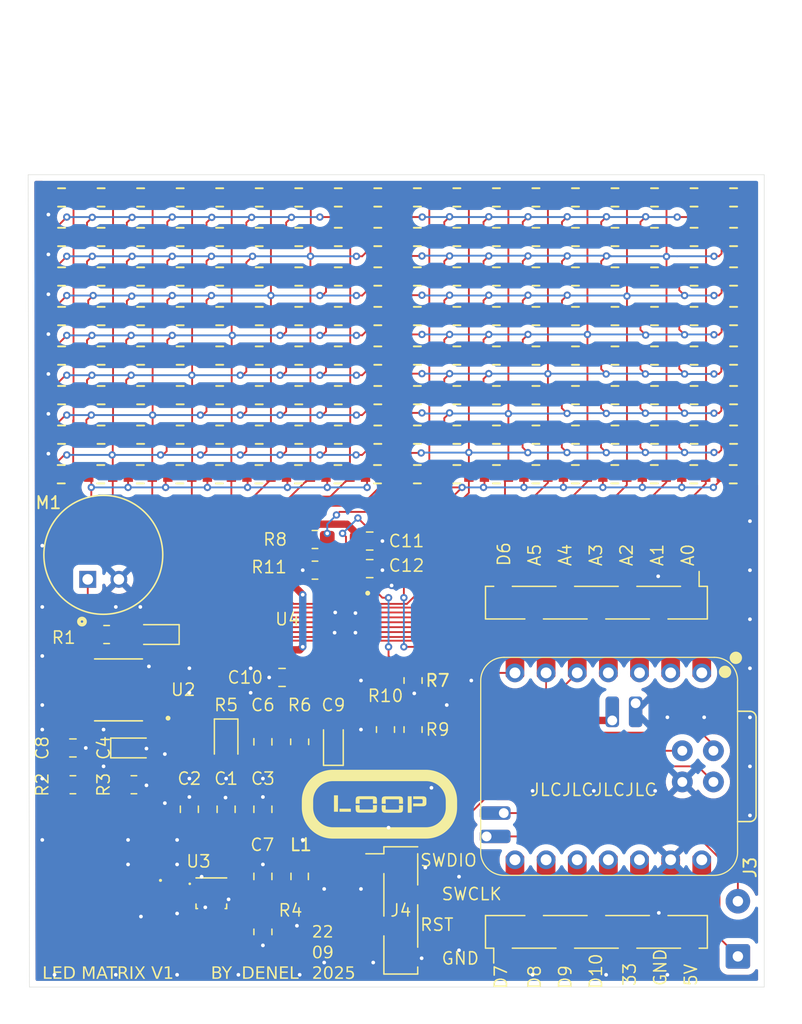
<source format=kicad_pcb>
(kicad_pcb (version 20241229) (generator "pcbnew") (generator_version "9.0")
  (layers (0 "F.Cu" signal "Front") (2 "B.Cu" signal "Back") (13 "F.Paste" user) (15 "B.Paste" user) (5 "F.SilkS" user) (7 "B.SilkS" user) (1 "F.Mask" user) (3 "B.Mask" user) (25 "Edge.Cuts" user))
  (net 0 "")
  (net 1 "CA1_A")
  (net 2 "CA2_A")
  (net 3 "CA9_A")
  (net 4 "CA3_A")
  (net 5 "CA4_A")
  (net 6 "CA5_A")
  (net 7 "CA6_A")
  (net 8 "CA7_A")
  (net 9 "CA8_A")
  (net 10 "NF1_N")
  (net 11 "NF1_P")
  (net 12 "CB1_A")
  (net 13 "CB2_A")
  (net 14 "CB3_A")
  (net 15 "CB4_A")
  (net 16 "CB5_A")
  (net 17 "CB6_A")
  (net 18 "CB7_A")
  (net 19 "CB9_A")
  (net 20 "CB8_A")
  (net 21 "MIC")
  (net 22 "GND")
  (net 23 "+5V")
  (net 24 "Audio_In")
  (net 25 "VIN")
  (net 26 "A4")
  (net 27 "A3")
  (net 28 "A5")
  (net 29 "A2")
  (net 30 "D7")
  (net 31 "Net-(C9-Pad1)")
  (net 32 "A1")
  (net 33 "A0")
  (net 34 "D6")
  (net 35 "MCU_5V")
  (net 36 "MCU_3_3V")
  (net 37 "D9")
  (net 38 "D8")
  (net 39 "D10")
  (net 40 "SWDIO")
  (net 41 "RESET")
  (net 42 "SWCLK")
  (net 43 "Net-(U2-+INA)")
  (net 44 "Net-(U2--INA)")
  (net 45 "Net-(U2-OUTA)")
  (net 46 "Net-(U4-C_FILT)")
  (net 47 "Net-(U4-R_EXT)")
  (footprint "led:LED_IN-S85AT5B" (layer "F.Cu") (at 71.5 93.275 90)
    (property "Reference" "LED58" (hide yes))
    (property "Value" "IN-S85AT5B" (hide yes))
  )
  (footprint "led:LED_IN-S85AT5B" (layer "F.Cu") (at 71.5 99.725 90)
    (property "Reference" "LED95" (hide yes))
    (property "Value" "IN-S85AT5B" (hide yes))
  )
  (footprint "Resistor_SMD:R_0805_2012Metric_Pad1.20x1.40mm_HandSolder" (layer "F.Cu") (at 58.25 123 -90)
    (property "Reference" "R7")
    (property "Value" "100k")
  )
  (footprint "Capacitor_SMD:C_0805_2012Metric_Pad1.18x1.45mm_HandSolder" (layer "F.Cu") (at 30.5 128.5)
    (property "Reference" "C8")
    (property "Value" "0.1u")
  )
  (footprint "led:LED_IN-S85AT5B" (layer "F.Cu") (at 68.275 83.6 90)
    (property "Reference" "LED6" (hide yes))
    (property "Value" "IN-S85AT5B" (hide yes))
  )
  (footprint "led:LED_IN-S85AT5B" (layer "F.Cu") (at 58.6 106.175 90)
    (property "Reference" "LED144" (hide yes))
    (property "Value" "IN-S85AT5B" (hide yes))
  )
  (footprint "led:LED_IN-S85AT5B" (layer "F.Cu") (at 61.825 106.175 90)
    (property "Reference" "LED134" (hide yes))
    (property "Value" "IN-S85AT5B" (hide yes))
  )
  (footprint "led:LED_IN-S85AT5B" (layer "F.Cu") (at 45.699434 96.50146 90)
    (property "Reference" "LED85" (hide yes))
    (property "Value" "IN-S85AT5B" (hide yes))
  )
  (footprint "led:LED_IN-S85AT5B" (layer "F.Cu") (at 39.249434 83.602793 90)
    (property "Reference" "LED15" (hide yes))
    (property "Value" "IN-S85AT5B" (hide yes))
  )
  (footprint "led:LED_IN-S85AT5B" (layer "F.Cu") (at 65.05 102.95 90)
    (property "Reference" "LED115" (hide yes))
    (property "Value" "IN-S85AT5B" (hide yes))
  )
  (footprint "led:LED_IN-S85AT5B" (layer "F.Cu") (at 55.374434 90.05146 90)
    (property "Reference" "LED46" (hide yes))
    (property "Value" "IN-S85AT5B" (hide yes))
  )
  (footprint "led:LED_IN-S85AT5B" (layer "F.Cu") (at 39.249434 93.27646 90)
    (property "Reference" "LED68" (hide yes))
    (property "Value" "IN-S85AT5B" (hide yes))
  )
  (footprint "Resistor_SMD:R_0805_2012Metric_Pad1.20x1.40mm_HandSolder" (layer "F.Cu") (at 58.25 127 90)
    (property "Reference" "R9")
    (property "Value" "4.7K")
  )
  (footprint "led:LED_IN-S85AT5B" (layer "F.Cu") (at 81.175 90.05 90)
    (property "Reference" "LED38" (hide yes))
    (property "Value" "IN-S85AT5B" (hide yes))
  )
  (footprint "led:LED_IN-S85AT5B" (layer "F.Cu") (at 65.05 83.600167 90)
    (property "Reference" "LED7" (hide yes))
    (property "Value" "IN-S85AT5B" (hide yes))
  )
  (footprint "led:LED_IN-S85AT5B" (layer "F.Cu") (at 29.574434 96.50146 90)
    (property "Reference" "LED90" (hide yes))
    (property "Value" "IN-S85AT5B" (hide yes))
  )
  (footprint "led:LED_IN-S85AT5B" (layer "F.Cu") (at 55.374434 86.82646 90)
    (property "Reference" "LED28" (hide yes))
    (property "Value" "IN-S85AT5B" (hide yes))
  )
  (footprint "led:LED_IN-S85AT5B" (layer "F.Cu") (at 48.927334 96.50146 90)
    (property "Reference" "LED84" (hide yes))
    (property "Value" "IN-S85AT5B" (hide yes))
  )
  (footprint "led:LED_IN-S85AT5B" (layer "F.Cu") (at 71.5 96.5 90)
    (property "Reference" "LED77" (hide yes))
    (property "Value" "IN-S85AT5B" (hide yes))
  )
  (footprint "Capacitor_SMD:C_0805_2012Metric_Pad1.18x1.45mm_HandSolder" (layer "F.Cu") (at 54.7125 113.875)
    (property "Reference" "C12")
    (property "Value" "0.1uF")
  )
  (footprint "Capacitor_SMD:C_0805_2012Metric_Pad1.18x1.45mm_HandSolder" (layer "F.Cu") (at 54.7125 111.625)
    (property "Reference" "C11")
    (property "Value" "1uF")
  )
  (footprint "led:LED_IN-S85AT5B" (layer "F.Cu") (at 32.796534 102.95146 90)
    (property "Reference" "LED125" (hide yes))
    (property "Value" "IN-S85AT5B" (hide yes))
  )
  (footprint "led:LED_IN-S85AT5B" (layer "F.Cu") (at 74.725 102.95 90)
    (property "Reference" "LED112" (hide yes))
    (property "Value" "IN-S85AT5B" (hide yes))
  )
  (footprint "led:LED_IN-S85AT5B" (layer "F.Cu") (at 84.4 102.95 90)
    (property "Reference" "LED109" (hide yes))
    (property "Value" "IN-S85AT5B" (hide yes))
  )
  (footprint "led:LED_IN-S85AT5B" (layer "F.Cu") (at 74.7121 106.175 90)
    (property "Reference" "LED130" (hide yes))
    (property "Value" "IN-S85AT5B" (hide yes))
  )
  (footprint "led:LED_IN-S85AT5B" (layer "F.Cu") (at 61.825 102.95 90)
    (property "Reference" "LED116" (hide yes))
    (property "Value" "IN-S85AT5B" (hide yes))
  )
  (footprint "led:LED_IN-S85AT5B" (layer "F.Cu") (at 36.024434 93.27646 90)
    (property "Reference" "LED69" (hide yes))
    (property "Value" "IN-S85AT5B" (hide yes))
  )
  (footprint "led:LED_IN-S85AT5B" (layer "F.Cu") (at 84.4 86.825 90)
    (property "Reference" "LED19" (hide yes))
    (property "Value" "IN-S85AT5B" (hide yes))
  )
  (footprint "led:LED_IN-S85AT5B" (layer "F.Cu") (at 42.474434 96.50146 90)
    (property "Reference" "LED86" (hide yes))
    (property "Value" "IN-S85AT5B" (hide yes))
  )
  (footprint "LED_SMD:LED_0805_2012Metric_Pad1.15x1.40mm_HandSolder" (layer "F.Cu") (at 43 128 -90)
    (property "Reference" "R5")
    (property "Value" "34K")
  )
  (footprint "Capacitor_SMD:C_0805_2012Metric_Pad1.18x1.45mm_HandSolder" (layer "F.Cu") (at 46 128 -90)
    (property "Reference" "C6")
    (property "Value" "35p")
  )
  (footprint "led:LED_IN-S85AT5B" (layer "F.Cu") (at 71.5 86.825 90)
    (property "Reference" "LED23" (hide yes))
    (property "Value" "IN-S85AT5B" (hide yes))
  )
  (footprint "led:LED_IN-S85AT5B" (layer "F.Cu") (at 55.374434 99.72646 90)
    (property "Reference" "LED100" (hide yes))
    (property "Value" "IN-S85AT5B" (hide yes))
  )
  (footprint "led:LED_IN-S85AT5B" (layer "F.Cu") (at 32.799434 86.82646 90)
    (property "Reference" "LED35" (hide yes))
    (property "Value" "IN-S85AT5B" (hide yes))
  )
  (footprint "led:LED_IN-S85AT5B" (layer "F.Cu") (at 77.95 96.5 90)
    (property "Reference" "LED75" (hide yes))
    (property "Value" "IN-S85AT5B" (hide yes))
  )
  (footprint "led:LED_IN-S85AT5B" (layer "F.Cu") (at 71.5 83.6 90)
    (property "Reference" "LED5" (hide yes))
    (property "Value" "IN-S85AT5B" (hide yes))
  )
  (footprint "led:LED_IN-S85AT5B" (layer "F.Cu") (at 61.825 90.05 90)
    (property "Reference" "LED44" (hide yes))
    (property "Value" "IN-S85AT5B" (hide yes))
  )
  (footprint "Connector_PinHeader_2.54mm:PinHeader_1x04_P2.54mm_Vertical_SMD_Pin1Left" (layer "F.Cu") (at 57.25 141.75)
    (property "Reference" "J4")
    (property "Value" "Conn_01x04_Pin")
  )
  (footprint "led:LED_IN-S85AT5B" (layer "F.Cu") (at 65.05 99.725 90)
    (property "Reference" "LED97" (hide yes))
    (property "Value" "IN-S85AT5B" (hide yes))
  )
  (footprint "led:LED_IN-S85AT5B" (layer "F.Cu") (at 74.725 83.6 90)
    (property "Reference" "LED4" (hide yes))
    (property "Value" "IN-S85AT5B" (hide yes))
  )
  (footprint "led:LED_IN-S85AT5B" (layer "F.Cu") (at 35.996534 106.17646 90)
    (property "Reference" "LED141" (hide yes))
    (property "Value" "IN-S85AT5B" (hide yes))
  )
  (footprint "led:LED_IN-S85AT5B" (layer "F.Cu") (at 61.825 86.825 90)
    (property "Reference" "LED26" (hide yes))
    (property "Value" "IN-S85AT5B" (hide yes))
  )
  (footprint "led:LED_IN-S85AT5B" (layer "F.Cu") (at 61.825 83.599667 90)
    (property "Reference" "LED8" (hide yes))
    (property "Value" "IN-S85AT5B" (hide yes))
  )
  (footprint "Resistor_SMD:R_0805_2012Metric_Pad1.20x1.40mm_HandSolder" (layer "F.Cu") (at 46 143.5 -90)
    (property "Reference" "R4")
    (property "Value" "10k")
  )
  (footprint "led:LED_IN-S85AT5B" (layer "F.Cu") (at 39.249434 96.50146 90)
    (property "Reference" "LED87" (hide yes))
    (property "Value" "IN-S85AT5B" (hide yes))
  )
  (footprint "led:LED_IN-S85AT5B" (layer "F.Cu") (at 32.799434 96.50146 90)
    (property "Reference" "LED89" (hide yes))
    (property "Value" "IN-S85AT5B" (hide yes))
  )
  (footprint "led:LED_IN-S85AT5B" (layer "F.Cu") (at 55.374434 93.27646 90)
    (property "Reference" "LED63" (hide yes))
    (property "Value" "IN-S85AT5B" (hide yes))
  )
  (footprint "led:LED_IN-S85AT5B" (layer "F.Cu") (at 42.474434 83.601793 90)
    (property "Reference" "LED14" (hide yes))
    (property "Value" "IN-S85AT5B" (hide yes))
  )
  (footprint "led:LED_IN-S85AT5B" (layer "F.Cu") (at 68.2721 106.175 90)
    (property "Reference" "LED132" (hide yes))
    (property "Value" "IN-S85AT5B" (hide yes))
  )
  (footprint "led:LED_IN-S85AT5B" (layer "F.Cu") (at 68.275 99.725 90)
    (property "Reference" "LED96" (hide yes))
    (property "Value" "IN-S85AT5B" (hide yes))
  )
  (footprint "logo:loop" (layer "F.Cu") (at 55 125.75)
    (property "Reference" "REF**" (hide yes))
    (property "Value" "loop")
  )
  (footprint "led:LED_IN-S85AT5B" (layer "F.Cu") (at 58.6 86.825 90)
    (property "Reference" "LED27" (hide yes))
    (property "Value" "IN-S85AT5B" (hide yes))
  )
  (footprint "led:LED_IN-S85AT5B" (layer "F.Cu") (at 77.95 83.6 90)
    (property "Reference" "LED3" (hide yes))
    (property "Value" "IN-S85AT5B" (hide yes))
  )
  (footprint "led:LED_IN-S85AT5B" (layer "F.Cu") (at 61.825 96.5 90)
    (property "Reference" "LED80" (hide yes))
    (property "Value" "IN-S85AT5B" (hide yes))
  )
  (footprint "Resistor_SMD:R_0805_2012Metric_Pad1.20x1.40mm_HandSolder" (layer "F.Cu") (at 33.25 119.25)
    (property "Reference" "R1")
    (property "Value" "4k")
  )
  (footprint "led:LED_IN-S85AT5B" (layer "F.Cu") (at 68.275 96.5 90)
    (property "Reference" "LED78" (hide yes))
    (property "Value" "IN-S85AT5B" (hide yes))
  )
  (footprint "led:LED_IN-S85AT5B" (layer "F.Cu") (at 52.149434 86.82646 90)
    (property "Reference" "LED29" (hide yes))
    (property "Value" "IN-S85AT5B" (hide yes))
  )
  (footprint "led:LED_IN-S85AT5B" (layer "F.Cu") (at 39.246534 102.95146 90)
    (property "Reference" "LED123" (hide yes))
    (property "Value" "IN-S85AT5B" (hide yes))
  )
  (footprint "Resistor_SMD:R_0805_2012Metric_Pad1.20x1.40mm_HandSolder" (layer "F.Cu") (at 30.5 131.5)
    (property "Reference" "R2")
    (property "Value" "100k")
  )
  (footprint "Connector_PinSocket_2.54mm:PinSocket_1x07_P2.54mm_Vertical_SMD_Pin1Left" (layer "F.Cu") (at 73.21 116.65 -90)
    (property "Reference" "J1" (hide yes))
    (property "Value" "Conn_01x07_Socket")
  )
  (footprint "led:LED_IN-S85AT5B" (layer "F.Cu") (at 48.927334 90.05146 90)
    (property "Reference" "LED48" (hide yes))
    (property "Value" "IN-S85AT5B" (hide yes))
  )
  (footprint "Capacitor_SMD:C_0805_2012Metric_Pad1.18x1.45mm_HandSolder" (layer "F.Cu") (at 46 133.5 90)
    (property "Reference" "C3")
    (property "Value" "22u")
  )
  (footprint "Capacitor_SMD:C_0805_2012Metric_Pad1.18x1.45mm_HandSolder" (layer "F.Cu") (at 46 138.975 90)
    (property "Reference" "C7")
    (property "Value" "10u")
  )
  (footprint "Capacitor_SMD:C_0805_2012Metric_Pad1.18x1.45mm_HandSolder" (layer "F.Cu") (at 43 133.5 90)
    (property "Reference" "C1")
    (property "Value" "22u")
  )
  (footprint "opamp:SOIC127P599X175-8N" (layer "F.Cu") (at 34.22 123.765 180)
    (property "Reference" "U2")
    (property "Value" "OPA1678IDR")
  )
  (footprint "led:LED_IN-S85AT5B" (layer "F.Cu") (at 39.221534 106.17646 90)
    (property "Reference" "LED140" (hide yes))
    (property "Value" "IN-S85AT5B" (hide yes))
  )
  (footprint "led:LED_IN-S85AT5B" (layer "F.Cu") (at 29.574434 83.60246 90)
    (property "Reference" "LED18" (hide yes))
    (property "Value" "IN-S85AT5B" (hide yes))
  )
  (footprint "led:LED_IN-S85AT5B" (layer "F.Cu") (at 32.799434 99.72646 90)
    (property "Reference" "LED107" (hide yes))
    (property "Value" "IN-S85AT5B" (hide yes))
  )
  (footprint "led:LED_IN-S85AT5B" (layer "F.Cu") (at 58.6 99.725 90)
    (property "Reference" "LED99" (hide yes))
    (property "Value" "IN-S85AT5B" (hide yes))
  )
  (footprint "Resistor_SMD:R_0805_2012Metric_Pad1.20x1.40mm_HandSolder" (layer "F.Cu") (at 50.25 114 180)
    (property "Reference" "R11")
    (property "Value" "20k")
  )
  (footprint "led:LED_IN-S85AT5B" (layer "F.Cu") (at 32.799434 83.601293 90)
    (property "Reference" "LED17" (hide yes))
    (property "Value" "IN-S85AT5B" (hide yes))
  )
  (footprint "led:LED_IN-S85AT5B" (layer "F.Cu") (at 29.574434 93.27646 90)
    (property "Reference" "LED71" (hide yes))
    (property "Value" "IN-S85AT5B" (hide yes))
  )
  (footprint "led:LED_IN-S85AT5B" (layer "F.Cu") (at 48.927334 102.95146 90)
    (property "Reference" "LED120" (hide yes))
    (property "Value" "IN-S85AT5B" (hide yes))
  )
  (footprint "led:LED_IN-S85AT5B" (layer "F.Cu") (at 42.449434 106.17646 90)
    (property "Reference" "LED139" (hide yes))
    (property "Value" "IN-S85AT5B" (hide yes))
  )
  (footprint "led:LED_IN-S85AT5B" (layer "F.Cu") (at 58.6 96.5 90)
    (property "Reference" "LED81" (hide yes))
    (property "Value" "IN-S85AT5B" (hide yes))
  )
  (footprint "led:LED_IN-S85AT5B" (layer "F.Cu") (at 29.574434 90.05146 90)
    (property "Reference" "LED54" (hide yes))
    (property "Value" "IN-S85AT5B" (hide yes))
  )
  (footprint "led:LED_IN-S85AT5B" (layer "F.Cu") (at 36.024434 83.60296 90)
    (property "Reference" "LED16" (hide yes))
    (property "Value" "IN-S85AT5B" (hide yes))
  )
  (footprint "led:LED_IN-S85AT5B" (layer "F.Cu") (at 45.677334 106.17646 90)
    (property "Reference" "LED138" (hide yes))
    (property "Value" "IN-S85AT5B" (hide yes))
  )
  (footprint "led:LED_IN-S85AT5B" (layer "F.Cu") (at 84.4 96.5 90)
    (property "Reference" "LED73" (hide yes))
    (property "Value" "IN-S85AT5B" (hide yes))
  )
  (footprint "led:LED_IN-S85AT5B" (layer "F.Cu") (at 42.471534 102.95146 90)
    (property "Reference" "LED122" (hide yes))
    (property "Value" "IN-S85AT5B" (hide yes))
  )
  (footprint "led:LED_IN-S85AT5B" (layer "F.Cu") (at 52.124434 106.17646 90)
    (property "Reference" "LED136" (hide yes))
    (property "Value" "IN-S85AT5B" (hide yes))
  )
  (footprint "Capacitor_SMD:C_0805_2012Metric_Pad1.18x1.45mm_HandSolder" (layer "F.Cu") (at 47.5625 122.75 180)
    (property "Reference" "C10")
    (property "Value" "0.1uF")
  )
  (footprint "led:LED_IN-S85AT5B" (layer "F.Cu") (at 52.149434 102.95146 90)
    (property "Reference" "LED119" (hide yes))
    (property "Value" "IN-S85AT5B" (hide yes))
  )
  (footprint "led_driver:QFN40P400X400X80-29N-D" (layer "F.Cu") (at 52.75 118.25 -90)
    (property "Reference" "U4")
    (property "Value" "IS31FL3731-QF" (hide yes))
  )
  (footprint "led:LED_IN-S85AT5B" (layer "F.Cu") (at 36.024434 99.72646 90)
    (property "Reference" "LED106" (hide yes))
    (property "Value" "IN-S85AT5B" (hide yes))
  )
  (footprint "led:LED_IN-S85AT5B" (layer "F.Cu") (at 58.6 83.5995 90)
    (property "Reference" "LED9" (hide yes))
    (property "Value" "IN-S85AT5B" (hide yes))
  )
  (footprint "Resistor_SMD:R_0805_2012Metric_Pad1.20x1.40mm_HandSolder" (layer "F.Cu") (at 50.25 111.5)
    (property "Reference" "R8")
    (property "Value" "4.7K")
  )
  (footprint "led:LED_IN-S85AT5B" (layer "F.Cu") (at 77.95 93.275 90)
    (property "Reference" "LED56" (hide yes))
    (property "Value" "IN-S85AT5B" (hide yes))
  )
  (footprint "led:LED_IN-S85AT5B" (layer "F.Cu") (at 65.05 93.275 90)
    (property "Reference" "LED60" (hide yes))
    (property "Value" "IN-S85AT5B" (hide yes))
  )
  (footprint "Resistor_SMD:R_0805_2012Metric_Pad1.20x1.40mm_HandSolder" (layer "F.Cu") (at 56 127 90)
    (property "Reference" "R10")
    (property "Value" "4.7K")
  )
  (footprint "led:LED_IN-S85AT5B" (layer "F.Cu") (at 29.574434 86.82646 90)
    (property "Reference" "LED36" (hide yes))
    (property "Value" "IN-S85AT5B" (hide yes))
  )
  (footprint "led:LED_IN-S85AT5B" (layer "F.Cu") (at 65.05 90.05 90)
    (property "Reference" "LED43" (hide yes))
    (property "Value" "IN-S85AT5B" (hide yes))
  )
  (footprint "led:LED_IN-S85AT5B" (layer "F.Cu") (at 81.175 96.5 90)
    (property "Reference" "LED74" (hide yes))
    (property "Value" "IN-S85AT5B" (hide yes))
  )
  (footprint "led:LED_IN-S85AT5B" (layer "F.Cu") (at 68.275 102.95 90)
    (property "Reference" "LED114" (hide yes))
    (property "Value" "IN-S85AT5B" (hide yes))
  )
  (footprint "led:LED_IN-S85AT5B" (layer "F.Cu") (at 81.175 102.95 90)
    (property "Reference" "LED110" (hide yes))
    (property "Value" "IN-S85AT5B" (hide yes))
  )
  (footprint "led:LED_IN-S85AT5B" (layer "F.Cu") (at 84.3721 106.1774 90)
    (property "Reference" "LED127" (hide yes))
    (property "Value" "IN-S85AT5B" (hide yes))
  )
  (footprint "Connector_Wire:SolderWire-0.25sqmm_1x02_P4.5mm_D0.65mm_OD2mm" (layer "F.Cu") (at 84.75 145.5 90)
    (property "Reference" "J3")
    (property "Value" "Conn_01x02_Pin")
  )
  (footprint "led:LED_IN-S85AT5B" (layer "F.Cu") (at 45.699434 99.72646 90)
    (property "Reference" "LED103" (hide yes))
    (property "Value" "IN-S85AT5B" (hide yes))
  )
  (footprint "led:LED_IN-S85AT5B" (layer "F.Cu") (at 77.95 90.05 90)
    (property "Reference" "LED39" (hide yes))
    (property "Value" "IN-S85AT5B" (hide yes))
  )
  (footprint "Capacitor_Tantalum_SMD:CP_EIA-2012-15_AVX-P_HandSolder" (layer "F.Cu") (at 37.2725 119.25 180)
    (property "Reference" "C5" (hide yes))
    (property "Value" "8u")
  )
  (footprint "led:LED_IN-S85AT5B" (layer "F.Cu") (at 45.699434 90.05146 90)
    (property "Reference" "LED49" (hide yes))
    (property "Value" "IN-S85AT5B" (hide yes))
  )
  (footprint "led:LED_IN-S85AT5B" (layer "F.Cu") (at 84.4 90.05 90)
    (property "Reference" "LED37" (hide yes))
    (property "Value" "IN-S85AT5B" (hide yes))
  )
  (footprint "Resistor_SMD:R_0805_2012Metric_Pad1.20x1.40mm_HandSolder" (layer "F.Cu") (at 49 128 -90)
    (property "Reference" "R6")
    (property "Value" "49.9")
  )
  (footprint "led:LED_IN-S85AT5B" (layer "F.Cu") (at 55.374434 83.602127 90)
    (property "Reference" "LED10" (hide yes))
    (property "Value" "IN-S85AT5B" (hide yes))
  )
  (footprint "led:LED_IN-S85AT5B" (layer "F.Cu") (at 36.024434 86.82646 90)
    (property "Reference" "LED34" (hide yes))
    (property "Value" "IN-S85AT5B" (hide yes))
  )
  (footprint "led:LED_IN-S85AT5B" (layer "F.Cu") (at 36.024434 90.05146 90)
    (property "Reference" "LED52" (hide yes))
    (property "Value" "IN-S85AT5B" (hide yes))
  )
  (footprint "led:LED_IN-S85AT5B" (layer "F.Cu") (at 81.175 93.275 90)
    (property "Reference" "LED55" (hide yes))
    (property "Value" "IN-S85AT5B" (hide yes))
  )
  (footprint "led:LED_IN-S85AT5B" (layer "F.Cu") (at 71.4921 106.175 90)
    (property "Reference" "LED131" (hide yes))
    (property "Value" "IN-S85AT5B" (hide yes))
  )
  (footprint "led:LED_IN-S85AT5B" (layer "F.Cu") (at 58.6 90.05 90)
    (property "Reference" "LED45" (hide yes))
    (property "Value" "IN-S85AT5B" (hide yes))
  )
  (footprint "led:LED_IN-S85AT5B" (layer "F.Cu") (at 39.249434 99.72646 90)
    (property "Reference" "LED105" (hide yes))
    (property "Value" "IN-S85AT5B" (hide yes))
  )
  (footprint "led:LED_IN-S85AT5B" (layer "F.Cu") (at 74.725 93.275 90)
    (property "Reference" "LED57" (hide yes))
    (property "Value" "IN-S85AT5B" (hide yes))
  )
  (footprint "led:LED_IN-S85AT5B" (layer "F.Cu") (at 81.175 99.725 90)
    (property "Reference" "LED92" (hide yes))
    (property "Value" "IN-S85AT5B" (hide yes))
  )
  (footprint "Resistor_SMD:R_0805_2012Metric_Pad1.20x1.40mm_HandSolder" (layer "F.Cu") (at 35.4775 131.5)
    (property "Reference" "R3")
    (property "Value" "100k")
  )
  (footprint "led:LED_IN-S85AT5B" (layer "F.Cu") (at 36.024434 96.50146 90)
    (property "Reference" "LED88" (hide yes))
    (property "Value" "IN-S85AT5B" (hide yes))
  )
  (footprint "led:LED_IN-S85AT5B" (layer "F.Cu") (at 45.699434 102.95146 90)
    (property "Reference" "LED121" (hide yes))
    (property "Value" "IN-S85AT5B" (hide yes))
  )
  (footprint "led:LED_IN-S85AT5B" (layer "F.Cu") (at 52.149434 83.60146 90)
    (property "Reference" "LED11" (hide yes))
    (property "Value" "IN-S85AT5B" (hide yes))
  )
  (footprint "led:LED_IN-S85AT5B" (layer "F.Cu") (at 77.9321 106.175 90)
    (property "Reference" "LED129" (hide yes))
    (property "Value" "IN-S85AT5B" (hide yes))
  )
  (footprint "led:LED_IN-S85AT5B" (layer "F.Cu") (at 32.799434 93.27646 90)
    (property "Reference" "LED70" (hide yes))
    (property "Value" "IN-S85AT5B" (hide yes))
  )
  (footprint "led:LED_IN-S85AT5B" (layer "F.Cu") (at 32.799434 90.05146 90)
    (property "Reference" "LED53" (hide yes))
    (property "Value" "IN-S85AT5B" (hide yes))
  )
  (footprint "led:LED_IN-S85AT5B" (layer "F.Cu") (at 81.1521 106.1774 90)
    (property "Reference" "LED128" (hide yes))
    (property "Value" "IN-S85AT5B" (hide yes))
  )
  (footprint "led:LED_IN-S85AT5B" (layer "F.Cu") (at 48.924434 93.27646 90)
    (property "Reference" "LED65" (hide yes))
    (property "Value" "IN-S85AT5B" (hide yes))
  )
  (footprint "led:LED_IN-S85AT5B" (layer "F.Cu") (at 52.149434 96.50146 90)
    (property "Reference" "LED83" (hide yes))
    (property "Value" "IN-S85AT5B" (hide yes))
  )
  (footprint "led:LED_IN-S85AT5B" (layer "F.Cu") (at 61.825 93.275 90)
    (property "Reference" "LED61" (hide yes))
    (property "Value" "IN-S85AT5B" (hide yes))
  )
  (footprint "led:LED_IN-S85AT5B" (layer "F.Cu") (at 42.474434 99.72646 90)
    (property "Reference" "LED104" (hide yes))
    (property "Value" "IN-S85AT5B" (hide yes))
  )
  (footprint "led:LED_IN-S85AT5B" (layer "F.Cu") (at 45.702334 93.27646 90)
    (property "Reference" "LED66" (hide yes))
    (property "Value" "IN-S85AT5B" (hide yes))
  )
  (footprint "led:LED_IN-S85AT5B" (layer "F.Cu") (at 39.249434 86.82646 90)
    (property "Reference" "LED33" (hide yes))
    (property "Value" "IN-S85AT5B" (hide yes))
  )
  (footprint "Capacitor_Tantalum_SMD:CP_EIA-2012-15_AVX-P_HandSolder" (layer "F.Cu") (at 51.75 128.0225 90)
    (property "Reference" "C9")
    (property "Value" "0.22u")
  )
  (footprint "seeed_xiao:custom_xiao_dip_pogo" (layer "F.Cu") (at 73.5352 129.806364 -90)
    (property "Reference" "U1" (hide yes))
    (property "Value" "XIAO-nRF52840-SMD" (hide yes))
  )
  (footprint "Inductor_SMD:L_0805_2012Metric_Pad1.15x1.40mm_HandSolder" (layer "F.Cu") (at 49 138.975 -90)
    (property "Reference" "L1")
    (property "Value" "1u")
  )
  (footprint "led:LED_IN-S85AT5B" (layer "F.Cu") (at 55.374434 102.95146 90)
    (property "Reference" "LED118" (hide yes))
    (property "Value" "IN-S85AT5B" (hide yes))
  )
  (footprint "led:LED_IN-S85AT5B" (layer "F.Cu") (at 65.05 86.825 90)
    (property "Reference" "LED25" (hide yes))
    (property "Value" "IN-S85AT5B" (hide yes))
  )
  (footprint "led:LED_IN-S85AT5B" (layer "F.Cu") (at 32.771534 106.17646 90)
    (property "Reference" "LED142" (hide yes))
    (property "Value" "IN-S85AT5B" (hide yes))
  )
  (footprint "led:LED_IN-S85AT5B" (layer "F.Cu") (at 77.95 102.95 90)
    (property "Reference" "LED111" (hide yes))
    (property "Value" "IN-S85AT5B" (hide yes))
  )
  (footprint "led:LED_IN-S85AT5B" (layer "F.Cu") (at 45.699434 86.82646 90)
    (property "Reference" "LED31" (hide yes))
    (property "Value" "IN-S85AT5B" (hide yes))
  )
  (footprint "led:LED_IN-S85AT5B" (layer "F.Cu") (at 48.927334 99.72646 90)
    (property "Reference" "LED102" (hide yes))
    (property "Value" "IN-S85AT5B" (hide yes))
  )
  (footprint "led:LED_IN-S85AT5B" (layer "F.Cu") (at 65.05 96.5 90)
    (property "Reference" "LED79" (hide yes))
    (property "Value" "IN-S85AT5B" (hide yes))
  )
  (footprint "led:LED_IN-S85AT5B" (layer "F.Cu") (at 68.275 86.825 90)
    (property "Reference" "LED24" (hide yes))
    (property "Value" "IN-S85AT5B" (hide yes))
  )
  (footprint "led:LED_IN-S85AT5B" (layer "F.Cu") (at 74.725 96.5 90)
    (property "Reference" "LED76" (hide yes))
    (property "Value" "IN-S85AT5B" (hide yes))
  )
  (footprint "led:LED_IN-S85AT5B" (layer "F.Cu") (at 77.95 86.825 90)
    (property "Reference" "LED21" (hide yes))
    (property "Value" "IN-S85AT5B" (hide yes))
  )
  (footprint "Connector_PinSocket_2.54mm:PinSocket_1x07_P2.54mm_Vertical_SMD_Pin1Left" (layer "F.Cu") (at 73.21 143.5 90)
    (property "Reference" "J2" (hide yes))
    (property "Value" "Conn_01x07_Socket")
  )
  (footprint "Capacitor_Tantalum_SMD:CP_EIA-2012-15_AVX-P_HandSolder" (layer "F.Cu") (at 35.4775 128.5)
    (property "Reference" "C4")
    (property "Value" "0.22u")
  )
  (footprint "led:LED_IN-S85AT5B" (layer "F.Cu") (at 58.6 93.275 90)
    (property "Reference" "LED62" (hide yes))
    (property "Value" "IN-S85AT5B" (hide yes))
  )
  (footprint "led:LED_IN-S85AT5B" (layer "F.Cu") (at 81.175 83.6 90)
    (property "Reference" "LED2" (hide yes))
    (property "Value" "IN-S85AT5B" (hide yes))
  )
  (footprint "led:LED_IN-S85AT5B" (layer "F.Cu") (at 42.474434 90.05146 90)
    (property "Reference" "LED50" (hide yes))
    (property "Value" "IN-S85AT5B" (hide yes))
  )
  (footprint "led:LED_IN-S85AT5B" (layer "F.Cu") (at 42.474434 86.82646 90)
    (property "Reference" "LED32" (hide yes))
    (property "Value" "IN-S85AT5B" (hide yes))
  )
  (footprint "led:LED_IN-S85AT5B" (layer "F.Cu") (at 42.474434 93.27646 90)
    (property "Reference" "LED67" (hide yes))
    (property "Value" "IN-S85AT5B" (hide yes))
  )
  (footprint "led:LED_IN-S85AT5B" (layer "F.Cu") (at 29.574434 99.72646 90)
    (property "Reference" "LED108" (hide yes))
    (property "Value" "IN-S85AT5B" (hide yes))
  )
  (footprint "led:LED_IN-S85AT5B" (layer "F.Cu") (at 52.149434 99.72646 90)
    (property "Reference" "LED101" (hide yes))
    (property "Value" "IN-S85AT5B" (hide yes))
  )
  (footprint "led:LED_IN-S85AT5B" (layer "F.Cu") (at 74.725 90.05 90)
    (property "Reference" "LED40" (hide yes))
    (property "Value" "IN-S85AT5B" (hide yes))
  )
  (footprint "led:LED_IN-S85AT5B" (layer "F.Cu") (at 68.275 93.275 90)
    (property "Reference" "LED59" (hide yes))
    (property "Value" "IN-S85AT5B" (hide yes))
  )
  (footprint "led:LED_IN-S85AT5B" (layer "F.Cu") (at 84.4 99.725 90)
    (property "Reference" "LED91" (hide yes))
    (property "Value" "IN-S85AT5B" (hide yes))
  )
  (footprint "led:LED_IN-S85AT5B" (layer "F.Cu") (at 48.924434 83.60196 90)
    (property "Reference" "LED12" (hide yes))
    (property "Value" "IN-S85AT5B" (hide yes))
  )
  (footprint "led:LED_IN-S85AT5B" (layer "F.Cu") (at 55.349434 106.17646 90)
    (property "Reference" "LED135" (hide yes))
    (property "Value" "IN-S85AT5B" (hide yes))
  )
  (footprint "led:LED_IN-S85AT5B" (layer "F.Cu") (at 39.249434 90.05146 90)
    (property "Reference" "LED51" (hide yes))
    (property "Value" "IN-S85AT5B" (hide yes))
  )
  (footprint "led:LED_IN-S85AT5B" (layer "F.Cu") (at 52.149434 93.27646 90)
    (property "Reference" "LED64" (hide yes))
    (property "Value" "IN-S85AT5B" (hide yes))
  )
  (footprint "led:LED_IN-S85AT5B" (layer "F.Cu") (at 48.927334 86.82646 90)
    (property "Reference" "LED30" (hide yes))
    (property "Value" "IN-S85AT5B" (hide yes))
  )
  (footprint "led:LED_IN-S85AT5B" (layer "F.Cu") (at 71.5 90.05 90)
    (property "Reference" "LED41" (hide yes))
    (property "Value" "IN-S85AT5B" (hide yes))
  )
  (footprint "led:LED_IN-S85AT5B" (layer "F.Cu") (at 77.95 99.725 90)
    (property "Reference" "LED93" (hide yes))
    (property "Value" "IN-S85AT5B" (hide yes))
  )
  (footprint "led:LED_IN-S85AT5B" (layer "F.Cu") (at 74.725 99.725 90)
    (property "Reference" "LED94" (hide yes))
    (property "Value" "IN-S85AT5B" (hide yes))
  )
  (footprint "led:LED_IN-S85AT5B" (layer "F.Cu") (at 52.149434 90.05146 90)
    (property "Reference" "LED47" (hide yes))
    (property "Value" "IN-S85AT5B" (hide yes))
  )
  (footprint "boost:CONV_TPS61235PRWLT" (layer "F.Cu") (at 41.793708 140.35)
    (property "Reference" "U3")
    (property "Value" "TPS61235PRWLT")
  )
  (footprint "jst:JST_S2B-PH-SM4-TB" (layer "F.Cu") (at 36.043708 141.2 90)
    (property "Reference" "B1" (hide yes))
    (property "Value" "S2B-PH-SM4-TB")
  )
  (footprint "led:LED_IN-S85AT5B" (layer "F.Cu") (at 74.725 86.825 90)
    (property "Reference" "LED22" (hide yes))
    (property "Value" "IN-S85AT5B" (hide yes))
  )
  (footprint "led:LED_IN-S85AT5B" (layer "F.Cu") (at 68.275 90.05 90)
    (property "Reference" "LED42" (hide yes))
    (property "Value" "IN-S85AT5B" (hide yes))
  )
  (footprint "led:LED_IN-S85AT5B" (layer "F.Cu") (at 45.699434 83.602627 90)
    (property "Reference" "LED13" (hide yes))
    (property "Value" "IN-S85AT5B" (hide yes))
  )
  (footprint "led:LED_IN-S85AT5B" (layer "F.Cu") (at 36.021534 102.95146 90)
    (property "Reference" "LED124" (hide yes))
    (property "Value" "IN-S85AT5B" (hide yes))
  )
  (footprint "led:LED_IN-S85AT5B" (layer "F.Cu") (at 55.374434 96.50146 90)
    (property "Reference" "LED82" (hide yes))
    (property "Value" "IN-S85AT5B" (hide yes))
  )
  (footprint "led:LED_IN-S85AT5B" (layer "F.Cu") (at 48.899434 106.17646 90)
    (property "Reference" "LED137" (hide yes))
    (property "Value" "IN-S85AT5B" (hide yes))
  )
  (footprint "led:LED_IN-S85AT5B" (layer "F.Cu") (at 29.546534 106.17646 90)
    (property "Reference" "LED143" (hide yes))
    (property "Value" "IN-S85AT5B" (hide yes))
  )
  (footprint "led:LED_IN-S85AT5B" (layer "F.Cu") (at 84.4 83.6 90)
    (property "Reference" "LED1" (hide yes))
    (property "Value" "IN-S85AT5B" (hide yes))
  )
  (footprint "led:LED_IN-S85AT5B" (layer "F.Cu") (at 29.571534 102.95146 90)
    (property "Reference" "LED126" (hide yes))
    (property "Value" "IN-S85AT5B" (hide yes))
  )
  (footprint "led:LED_IN-S85AT5B" (layer "F.Cu") (at 81.175 86.825 90)
    (property "Reference" "LED20" (hide yes))
    (property "Value" "IN-S85AT5B" (hide yes))
  )
  (footprint "led:LED_IN-S85AT5B" (layer "F.Cu") (at 61.825 99.725 90)
    (property "Reference" "LED98" (hide yes))
    (property "Value" "IN-S85AT5B" (hide yes))
  )
  (footprint "mic:MIC_CMA-4544PF-W" (layer "F.Cu") (at 32.98 112.75 -90)
    (property "Reference" "M1")
    (property "Value" "CMA-4544PF-W")
  )
  (footprint "led:LED_IN-S85AT5B" (layer "F.Cu") (at 65.0521 106.175 90)
    (property "Reference" "LED133" (hide yes))
    (property "Value" "IN-S85AT5B" (hide yes))
  )
  (footprint "led:LED_IN-S85AT5B" (layer "F.Cu") (at 84.4 93.275 90)
    (property "Reference" "LED72" (hide yes))
    (property "Value" "IN-S85AT5B" (hide yes))
  )
  (footprint "led:LED_IN-S85AT5B" (layer "F.Cu") (at 71.5 102.95 90)
    (property "Reference" "LED113" (hide yes))
    (property "Value" "IN-S85AT5B" (hide yes))
  )
  (footprint "Capacitor_SMD:C_0805_2012Metric_Pad1.18x1.45mm_HandSolder" (layer "F.Cu") (at 40 133.5 90)
    (property "Reference" "C2")
    (property "Value" "22u")
  )
  (footprint "led:LED_IN-S85AT5B" (layer "F.Cu") (at 58.6 102.95 90)
    (property "Reference" "LED117" (hide yes))
    (property "Value" "IN-S85AT5B" (hide yes))
  )
  (gr_line (start 86.899999 81.75) (end 86.9 148) (stroke (width 0.0381)) (layer "Edge.Cuts"))
  (gr_line (start 86.9 148) (end 26.953093 148) (stroke (width 0.0381)) (layer "Edge.Cuts"))
  (gr_line (start 26.953093 148) (end 26.848202 81.75) (stroke (width 0.0381)) (layer "Edge.Cuts"))
  (gr_line (start 86.899999 81.75) (end 26.848202 81.75) (stroke (width 0.0381)) (layer "Edge.Cuts"))
  (gr_text "BY" (at 41.75 147.5 0) (layer "F.SilkS") (effects (font (size 1 1) (thickness 0.125)) (justify left bottom)))
  (gr_text "A3\n" (at 73.75 113.75 90) (layer "F.SilkS") (effects (font (size 1 1) (thickness 0.125)) (justify left bottom)))
  (gr_text "D10" (at 73.75 148.25 90) (layer "F.SilkS") (effects (font (size 1 1) (thickness 0.125)) (justify left bottom)))
  (gr_text "A5\n" (at 68.75 113.75 90) (layer "F.SilkS") (effects (font (size 1 1) (thickness 0.125)) (justify left bottom)))
  (gr_text "A0" (at 81.25 113.75 90) (layer "F.SilkS") (effects (font (size 1 1) (thickness 0.125)) (justify left bottom)))
  (gr_text "22 \n09 \n2025" (at 50 147.5 0) (layer "F.SilkS") (effects (font (size 1 1) (thickness 0.1905)) (justify left bottom)))
  (gr_text "GND\n" (at 60.5 146.25 0) (layer "F.SilkS") (effects (font (size 1 1) (thickness 0.125)) (justify left bottom)))
  (gr_text "D7" (at 66 148.25 90) (layer "F.SilkS") (effects (font (size 1 1) (thickness 0.125)) (justify left bottom)))
  (gr_text "LED MATRIX V1\n" (at 28 147.5 0) (layer "F.SilkS") (effects (font (size 1 1) (thickness 0.1905)) (justify left bottom)))
  (gr_text "DENEL" (at 44.25 147.5 0) (layer "F.SilkS") (effects (font (size 1 1) (thickness 0.1905)) (justify left bottom)))
  (gr_text "5V" (at 81.5 148 90) (layer "F.SilkS") (effects (font (size 1 1) (thickness 0.125)) (justify left bottom)))
  (gr_text "SWCLK\n" (at 60.5 141 0) (layer "F.SilkS") (effects (font (size 1 1) (thickness 0.125)) (justify left bottom)))
  (gr_text "GND" (at 79 148 90) (layer "F.SilkS") (effects (font (size 1 1) (thickness 0.125)) (justify left bottom)))
  (gr_text "JLCJLCJLCJLC" (at 67.75 132.5 0) (layer "F.SilkS") (effects (font (size 1 1) (thickness 0.125)) (justify left bottom)))
  (gr_text "A2" (at 76.25 113.75 90) (layer "F.SilkS") (effects (font (size 1 1) (thickness 0.125)) (justify left bottom)))
  (gr_text "D6" (at 66.25 113.75 90) (layer "F.SilkS") (effects (font (size 1 1) (thickness 0.125)) (justify left bottom)))
  (gr_text "33" (at 76.5 148 90) (layer "F.SilkS") (effects (font (size 1 1) (thickness 0.125)) (justify left bottom)))
  (gr_text "SWDIO\n" (at 58.75 138.25 0) (layer "F.SilkS") (effects (font (size 1 1) (thickness 0.125)) (justify left bottom)))
  (gr_text "D9" (at 71.25 148.25 90) (layer "F.SilkS") (effects (font (size 1 1) (thickness 0.125)) (justify left bottom)))
  (gr_text "A4" (at 71.25 113.75 90) (layer "F.SilkS") (effects (font (size 1 1) (thickness 0.125)) (justify left bottom)))
  (gr_text "RST\n" (at 58.75 143.5 0) (layer "F.SilkS") (effects (font (size 1 1) (thickness 0.125)) (justify left bottom)))
  (gr_text "A1" (at 78.75 113.75 90) (layer "F.SilkS") (effects (font (size 1 1) (thickness 0.125)) (justify left bottom)))
  (gr_text "D8" (at 68.75 148.25 90) (layer "F.SilkS") (effects (font (size 1 1) (thickness 0.125)) (justify left bottom)))
  (segment (start 54.397 119.753) (end 53.95 120.2) (width 0.15) (layer "F.Cu") (net 1))
  (segment (start 85.35 106.9497) (end 79.5497 112.75) (width 0.15) (layer "F.Cu") (net 1))
  (segment (start 57.9 82.4974) (end 60.624 82.4974) (width 0.15) (layer "F.Cu") (net 1))
  (segment (start 76.9721 82.7695) (end 77.2442 82.4974) (width 0.15) (layer "F.Cu") (net 1))
  (segment (start 73.7471 82.7445) (end 73.7471 83.6) (width 0.15) (layer "F.Cu") (net 1))
  (segment (start 85.3779 83.6) (end 85.35 83.6279) (width 0.15) (layer "F.Cu") (net 1))
  (segment (start 67.2971 82.7445) (end 67.5442 82.4974) (width 0.15) (layer "F.Cu") (net 1))
  (segment (start 64.0721 83.600167) (end 64.0721 82.8253) (width 0.15) (layer "F.Cu") (net 1))
  (segment (start 85.216372 82.4974) (end 85.3779 82.658928) (width 0.15) (layer "F.Cu") (net 1))
  (segment (start 60.8471 82.7503) (end 61.1 82.4974) (width 0.15) (layer "F.Cu") (net 1))
  (segment (start 76.7 82.4974) (end 76.9721 82.7695) (width 0.15) (layer "F.Cu") (net 1))
  (segment (start 77.2442 82.4974) (end 80 82.4974) (width 0.15) (layer "F.Cu") (net 1))
  (segment (start 67.5442 82.4974) (end 70.2442 82.4974) (width 0.15) (layer "F.Cu") (net 1))
  (segment (start 63.8442 82.4974) (end 64.0721 82.7253) (width 0.15) (layer "F.Cu") (net 1))
  (segment (start 63.75 114) (end 63.75 118.75) (width 0.15) (layer "F.Cu") (net 1))
  (segment (start 64.3 82.4974) (end 67.05 82.4974) (width 0.15) (layer "F.Cu") (net 1))
  (segment (start 70.8 82.4974) (end 73.5 82.4974) (width 0.15) (layer "F.Cu") (net 1))
  (segment (start 70.5221 83.6) (end 70.5221 82.7753) (width 0.15) (layer "F.Cu") (net 1))
  (segment (start 79.5497 112.75) (end 65 112.75) (width 0.15) (layer "F.Cu") (net 1))
  (segment (start 63.75 118.75) (end 62.747 119.753) (width 0.15) (layer "F.Cu") (net 1))
  (segment (start 73.7471 82.7445) (end 73.9942 82.4974) (width 0.15) (layer "F.Cu") (net 1))
  (segment (start 85.35 106.1774) (end 85.35 106.9497) (width 0.15) (layer "F.Cu") (net 1))
  (segment (start 57.6221 82.7753) (end 57.9 82.4974) (width 0.15) (layer "F.Cu") (net 1))
  (segment (start 70.45 83.5279) (end 70.5221 83.6) (width 0.15) (layer "F.Cu") (net 1))
  (segment (start 62.747 119.753) (end 54.397 119.753) (width 0.15) (layer "F.Cu") (net 1))
  (segment (start 70.5221 82.7753) (end 70.8 82.4974) (width 0.15) (layer "F.Cu") (net 1))
  (segment (start 80.1971 82.7003) (end 80.1971 83.6) (width 0.15) (layer "F.Cu") (net 1))
  (segment (start 57.6221 83.5995) (end 57.6221 82.7753) (width 0.15) (layer "F.Cu") (net 1))
  (segment (start 80.4 82.4974) (end 85.216372 82.4974) (width 0.15) (layer "F.Cu") (net 1))
  (segment (start 85.3779 82.658928) (end 85.3779 83.6) (width 0.15) (layer "F.Cu") (net 1))
  (segment (start 85.35 83.6279) (end 85.35 106.1774) (width 0.15) (layer "F.Cu") (net 1))
  (segment (start 65 112.75) (end 63.75 114) (width 0.15) (layer "F.Cu") (net 1))
  (segment (start 73.5 82.4974) (end 73.7471 82.7445) (width 0.15) (layer "F.Cu") (net 1))
  (segment (start 60.8471 82.7205) (end 60.8471 83.599667) (width 0.15) (layer "F.Cu") (net 1))
  (segment (start 76.9721 82.7695) (end 76.9721 83.6) (width 0.15) (layer "F.Cu") (net 1))
  (segment (start 64.0721 82.7253) (end 64.3 82.4974) (width 0.15) (layer "F.Cu") (net 1))
  (segment (start 80.2 82.6974) (end 80.1971 82.7003) (width 0.15) (layer "F.Cu") (net 1))
  (segment (start 80 82.4974) (end 80.2 82.6974) (width 0.15) (layer "F.Cu") (net 1))
  (segment (start 60.624 82.4974) (end 60.8471 82.7205) (width 0.15) (layer "F.Cu") (net 1))
  (segment (start 80.1971 82.7003) (end 80.4 82.4974) (width 0.15) (layer "F.Cu") (net 1))
  (segment (start 61.1 82.4974) (end 63.8442 82.4974) (width 0.15) (layer "F.Cu") (net 1))
  (segment (start 60.8471 83.599667) (end 60.8471 82.7503) (width 0.15) (layer "F.Cu") (net 1))
  (segment (start 67.2971 82.7445) (end 67.2971 83.6) (width 0.15) (layer "F.Cu") (net 1))
  (segment (start 67.05 82.4974) (end 67.2971 82.7445) (width 0.15) (layer "F.Cu") (net 1))
  (segment (start 73.9942 82.4974) (end 76.7 82.4974) (width 0.15) (layer "F.Cu") (net 1))
  (segment (start 70.2442 82.4974) (end 70.5221 82.7753) (width 0.15) (layer "F.Cu") (net 1))
  (segment (start 64.0721 82.8253) (end 64.0721 82.7253) (width 0.15) (layer "F.Cu") (net 1))
  (segment (start 83.4221 83.6) (end 82.1529 83.6) (width 0.15) (layer "F.Cu") (net 2))
  (segment (start 67.6279 85.175) (end 67.2 85.6029) (width 0.15) (layer "F.Cu") (net 2))
  (segment (start 74.0279 85.175) (end 73.6 85.6029) (width 0.15) (layer "F.Cu") (net 2))
  (segment (start 63.25 113.5) (end 64.75 112) (width 0.15) (layer "F.Cu") (net 2))
  (segment (start 82.1529 106.175) (end 82.1529 83.6) (width 0.15) (layer "F.Cu") (net 2))
  (segment (start 60.8 85.6029) (end 60.8 86.8) (width 0.15) (layer "F.Cu") (net 2))
  (segment (start 81.6 85.2) (end 82.1529 85.7529) (width 0.15) (layer "F.Cu") (net 2))
  (segment (start 67.2 85.6029) (end 67.2 86.8) (width 0.15) (layer "F.Cu") (net 2))
  (segment (start 57.6221 85.7779) (end 57.6221 86.825) (width 0.15) (layer "F.Cu") (net 2))
  (segment (start 61.2279 85.175) (end 60.8 85.6029) (width 0.15) (layer "F.Cu") (net 2))
  (segment (start 73.6 85.6029) (end 73.6 86.8) (width 0.15) (layer "F.Cu") (net 2))
  (segment (start 70.8279 85.175) (end 70.4 85.6029) (width 0.15) (layer "F.Cu") (net 2))
  (segment (start 82.13 106.94877) (end 82.13 106.1774) (width 0.15) (layer "F.Cu") (net 2))
  (segment (start 58.2 85.2) (end 57.6221 85.7779) (width 0.15) (layer "F.Cu") (net 2))
  (segment (start 64.75 112) (end 77.07877 112) (width 0.15) (layer "F.Cu") (net 2))
  (segment (start 62.05 119.45) (end 63.25 118.25) (width 0.15) (layer "F.Cu") (net 2))
  (segment (start 54.7 119.45) (end 62.05 119.45) (width 0.15) (layer "F.Cu") (net 2))
  (segment (start 77.2279 85.175) (end 76.8 85.6029) (width 0.15) (layer "F.Cu") (net 2))
  (segment (start 64.4279 85.175) (end 64 85.6029) (width 0.15) (layer "F.Cu") (net 2))
  (segment (start 77.07877 112) (end 82.13 106.94877) (width 0.15) (layer "F.Cu") (net 2))
  (segment (start 79.8 85.2) (end 81.6 85.2) (width 0.15) (layer "F.Cu") (net 2))
  (segment (start 59 85.2) (end 58.2 85.2) (width 0.15) (layer "F.Cu") (net 2))
  (segment (start 64 85.6029) (end 64 86.8) (width 0.15) (layer "F.Cu") (net 2))
  (segment (start 76.8 85.6029) (end 76.8 86.8) (width 0.15) (layer "F.Cu") (net 2))
  (segment (start 63.25 118.25) (end 63.25 113.5) (width 0.15) (layer "F.Cu") (net 2))
  (segment (start 81.7742 106.5332) (end 82.13 106.1774) (width 0.15) (layer "F.Cu") (net 2))
  (segment (start 70.4 85.6029) (end 70.4 86.8) (width 0.15) (layer "F.Cu") (net 2))
  (via (at 67.6279 85.175) (size 0.6) (drill 0.3) (layers "F.Cu" "B.Cu") (net 2))
  (via (at 64.4279 85.175) (size 0.6) (drill 0.3) (layers "F.Cu" "B.Cu") (net 2))
  (via (at 59 85.2) (size 0.6) (drill 0.3) (layers "F.Cu" "B.Cu") (net 2))
  (via (at 70.8279 85.175) (size 0.6) (drill 0.3) (layers "F.Cu" "B.Cu") (net 2))
  (via (at 79.8 85.2) (size 0.6) (drill 0.3) (layers "F.Cu" "B.Cu") (net 2))
  (via (at 74.0279 85.175) (size 0.6) (drill 0.3) (layers "F.Cu" "B.Cu") (net 2))
  (via (at 77.2279 85.175) (size 0.6) (drill 0.3) (layers "F.Cu" "B.Cu") (net 2))
  (via (at 61.2279 85.175) (size 0.6) (drill 0.3) (layers "F.Cu" "B.Cu") (net 2))
  (segment (start 79.8 85.2) (end 59 85.2) (width 0.15) (layer "B.Cu") (net 2))
  (segment (start 59.5779 106.175) (end 59.5779 102.95) (width 0.15) (layer "F.Cu") (net 3))
  (segment (start 67.2942 107.25) (end 67.2942 106.175) (width 0.15) (layer "F.Cu") (net 3))
  (segment (start 55.328 116.747) (end 54.397 116.747) (width 0.15) (layer "F.Cu") (net 3))
  (segment (start 64 107.25) (end 64.0742 107.1758) (width 0.15) (layer "F.Cu") (net 3))
  (segment (start 73.7342 107.25) (end 73.7342 106.175) (width 0.15) (layer "F.Cu") (net 3))
  (segment (start 55.328 116.75) (end 55.328 116.747) (width 0.15) (layer "F.Cu") (net 3))
  (segment (start 80.1742 107.25) (end 80.1742 106.1774) (width 0.15) (layer "F.Cu") (net 3))
  (segment (start 70.5142 107.25) (end 70.5142 106.175) (width 0.15) (layer "F.Cu") (net 3))
  (segment (start 60.8471 107) (end 60.8471 106.6695) (width 0.15) (layer "F.Cu") (net 3))
  (segment (start 62.25 107.25) (end 59.25 110.25) (width 0.15) (layer "F.Cu") (net 3))
  (segment (start 61.0971 107.25) (end 60.8471 107) (width 0.15) (layer "F.Cu") (net 3))
  (segment (start 59.5779 83.5995) (end 59.5779 102.95) (width 0.15) (layer "F.Cu") (net 3))
  (segment (start 54.397 116.747) (end 53.95 116.3) (width 0.15) (layer "F.Cu") (net 3))
  (segment (start 57.75 116.75) (end 55.328 116.75) (width 0.15) (layer "F.Cu") (net 3))
  (segment (start 76.9542 107.25) (end 76.9542 106.175) (width 0.15) (layer "F.Cu") (net 3))
  (segment (start 64.0742 107.1758) (end 64.0742 106.175) (width 0.15) (layer "F.Cu") (net 3))
  (segment (start 60.8471 106.175) (end 59.5779 106.175) (width 0.15) (layer "F.Cu") (net 3))
  (segment (start 82.75 107.25) (end 83.3942 106.6058) (width 0.15) (layer "F.Cu") (net 3))
  (segment (start 62.25 107.25) (end 61.0971 107.25) (width 0.15) (layer "F.Cu") (net 3))
  (segment (start 83.3942 106.6058) (end 83.3942 106.1774) (width 0.15) (layer "F.Cu") (net 3))
  (segment (start 59.25 115.25) (end 57.75 116.75) (width 0.15) (layer "F.Cu") (net 3))
  (segment (start 59.25 110.25) (end 59.25 115.25) (width 0.15) (layer "F.Cu") (net 3))
  (via (at 73.7342 107.25) (size 0.6) (drill 0.3) (layers "F.Cu" "B.Cu") (net 3))
  (via (at 76.9542 107.25) (size 0.6) (drill 0.3) (layers "F.Cu" "B.Cu") (net 3))
  (via (at 82.75 107.25) (size 0.6) (drill 0.3) (layers "F.Cu" "B.Cu") (net 3))
  (via (at 80.1742 107.25) (size 0.6) (drill 0.3) (layers "F.Cu" "B.Cu") (net 3))
  (via (at 70.5142 107.25) (size 0.6) (drill 0.3) (layers "F.Cu" "B.Cu") (net 3))
  (via (at 62.25 107.25) (size 0.6) (drill 0.3) (layers "F.Cu" "B.Cu") (net 3))
  (via (at 67.2942 107.25) (size 0.6) (drill 0.3) (layers "F.Cu" "B.Cu") (net 3))
  (via (at 64 107.25) (size 0.6) (drill 0.3) (layers "F.Cu" "B.Cu") (net 3))
  (segment (start 70.5142 107.25) (end 67.2942 107.25) (width 0.15) (layer "B.Cu") (net 3))
  (segment (start 76.9542 107.25) (end 73.7342 107.25) (width 0.15) (layer "B.Cu") (net 3))
  (segment (start 64 107.25) (end 62.25 107.25) (width 0.15) (layer "B.Cu") (net 3))
  (segment (start 80.1742 107.25) (end 76.9542 107.25) (width 0.15) (layer "B.Cu") (net 3))
  (segment (start 73.7342 107.25) (end 70.5142 107.25) (width 0.15) (layer "B.Cu") (net 3))
  (segment (start 82.75 107.25) (end 80.1742 107.25) (width 0.15) (layer "B.Cu") (net 3))
  (segment (start 67.2942 107.25) (end 64 107.25) (width 0.15) (layer "B.Cu") (net 3))
  (segment (start 58.1779 88.375) (end 57.6 88.9529) (width 0.15) (layer "F.Cu") (net 4))
  (segment (start 54.7 119.05) (end 61.45 119.05) (width 0.15) (layer "F.Cu") (net 4))
  (segment (start 64 88.8029) (end 64 90) (width 0.15) (layer "F.Cu") (net 4))
  (segment (start 73.6 88.8029) (end 73.6 90) (width 0.15) (layer "F.Cu") (net 4))
  (segment (start 78.91 106.84) (end 78.91 106.175) (width 0.15) (layer "F.Cu") (net 4))
  (segment (start 82.8 88.4) (end 83.2 88.4) (width 0.15) (layer "F.Cu") (net 4))
  (segment (start 67.2 88.8029) (end 67.2 90) (width 0.15) (layer "F.Cu") (net 4))
  (segment (start 62.75 113) (end 64.5 111.25) (width 0.15) (layer "F.Cu") (net 4))
  (segment (start 64.5 111.25) (end 74.5 111.25) (width 0.15) (layer "F.Cu") (net 4))
  (segment (start 67.6279 88.375) (end 67.2 88.8029) (width 0.15) (layer "F.Cu") (net 4))
  (segment (start 61.2279 88.375) (end 60.8 88.8029) (width 0.15) (layer "F.Cu") (net 4))
  (segment (start 62.75 117.75) (end 62.75 113) (width 0.15) (layer "F.Cu") (net 4))
  (segment (start 78.9279 106.175) (end 78.9279 83.6) (width 0.15) (layer "F.Cu") (net 4))
  (segment (start 70.4 88.8029) (end 70.4 90) (width 0.15) (layer "F.Cu") (net 4))
  (segment (start 83.2 88.4) (end 83.4221 88.1779) (width 0.15) (layer "F.Cu") (net 4))
  (segment (start 60.8 88.8029) (end 60.8 90) (width 0.15) (layer "F.Cu") (net 4))
  (segment (start 74.0279 88.375) (end 73.6 88.8029) (width 0.15) (layer "F.Cu") (net 4))
  (segment (start 74.5 111.25) (end 78.91 106.84) (width 0.15) (layer "F.Cu") (net 4))
  (segment (start 58.9779 88.375) (end 58.1779 88.375) (width 0.15) (layer "F.Cu") (net 4))
  (segment (start 61.45 119.05) (end 62.75 117.75) (width 0.15) (layer "F.Cu") (net 4))
  (segment (start 64.4279 88.375) (end 64 88.8029) (width 0.15) (layer "F.Cu") (net 4))
  (segment (start 80.1971 86.825) (end 78.9279 86.825) (width 0.127) (layer "F.Cu") (net 4))
  (segment (start 70.8279 88.375) (end 70.4 88.8029) (width 0.15) (layer "F.Cu") (net 4))
  (segment (start 83.4221 88.1779) (end 83.4221 86.825) (width 0.15) (layer "F.Cu") (net 4))
  (segment (start 57.6 88.9529) (end 57.6 90) (width 0.15) (layer "F.Cu") (net 4))
  (via (at 67.6279 88.375) (size 0.6) (drill 0.3) (layers "F.Cu" "B.Cu") (net 4))
  (via (at 64.4279 88.375) (size 0.6) (drill 0.3) (layers "F.Cu" "B.Cu") (net 4))
  (via (at 82.8 88.4) (size 0.6) (drill 0.3) (layers "F.Cu" "B.Cu") (net 4))
  (via (at 74.0279 88.375) (size 0.6) (drill 0.3) (layers "F.Cu" "B.Cu") (net 4))
  (via (at 61.2279 88.375) (size 0.6) (drill 0.3) (layers "F.Cu" "B.Cu") (net 4))
  (via (at 78.9279 88.4195) (size 0.6) (drill 0.3) (layers "F.Cu" "B.Cu") (net 4))
  (via (at 70.8279 88.375) (size 0.6) (drill 0.3) (layers "F.Cu" "B.Cu") (net 4))
  (via (at 58.9779 88.375) (size 0.6) (drill 0.3) (layers "F.Cu" "B.Cu") (net 4))
  (segment (start 59.0029 88.35) (end 58.9779 88.375) (width 0.15) (layer "B.Cu") (net 4))
  (segment (start 74.35 88.35) (end 59.0029 88.35) (width 0.15) (layer "B.Cu") (net 4))
  (segment (start 74.4 88.4) (end 74.35 88.35) (width 0.15) (layer "B.Cu") (net 4))
  (segment (start 74.2 88.4) (end 79.8 88.4) (width 0.15) (layer "B.Cu") (net 4))
  (segment (start 79.8 88.4) (end 82.8 88.4) (width 0.15) (layer "B.Cu") (net 4))
  (segment (start 57.6 92.1529) (end 57.6 93.2) (width 0.15) (layer "F.Cu") (net 5))
  (segment (start 64.4279 91.575) (end 64 92.0029) (width 0.15) (layer "F.Cu") (net 5))
  (segment (start 80.4 91.6) (end 79.9721 91.1721) (width 0.15) (layer "F.Cu") (net 5))
  (segment (start 83.2 91.6) (end 83.4221 91.3779) (width 0.15) (layer "F.Cu") (net 5))
  (segment (start 60.8 92.0029) (end 60.8 93.2) (width 0.15) (layer "F.Cu") (net 5))
  (segment (start 75.7029 83.6) (end 75.7029 106.175) (width 0.15) (layer "F.Cu") (net 5))
  (segment (start 82.8 91.6) (end 83.2 91.6) (width 0.15) (layer "F.Cu") (net 5))
  (segment (start 70.8279 91.575) (end 70.4 92.0029) (width 0.15) (layer "F.Cu") (net 5))
  (segment (start 75.69 107.06) (end 75.69 106.175) (width 0.15) (layer "F.Cu") (net 5))
  (segment (start 54.7 118.65) (end 60.85 118.65) (width 0.15) (layer "F.Cu") (net 5))
  (segment (start 64.25 110.5) (end 72.25 110.5) (width 0.15) (layer "F.Cu") (net 5))
  (segment (start 62.25 117.25) (end 62.25 112.5) (width 0.15) (layer "F.Cu") (net 5))
  (segment (start 83.4221 91.3779) (end 83.4221 90.05) (width 0.15) (layer "F.Cu") (net 5))
  (segment (start 64 92.0029) (end 64 93.2) (width 0.15) (layer "F.Cu") (net 5))
  (segment (start 62.25 112.5) (end 64.25 110.5) (width 0.15) (layer "F.Cu") (net 5))
  (segment (start 60.85 118.65) (end 62.25 117.25) (width 0.15) (layer "F.Cu") (net 5))
  (segment (start 67.2 92.0029) (end 67.2 93.2) (width 0.15) (layer "F.Cu") (net 5))
  (segment (start 58.9779 91.575) (end 58.1779 91.575) (width 0.15) (layer "F.Cu") (net 5))
  (segment (start 58.1779 91.575) (end 57.6 92.1529) (width 0.15) (layer "F.Cu") (net 5))
  (segment (start 72.25 110.5) (end 75.69 107.06) (width 0.15) (layer "F.Cu") (net 5))
  (segment (start 67.6279 91.575) (end 67.2 92.0029) (width 0.15) (layer "F.Cu") (net 5))
  (segment (start 79.9721 91.1721) (end 79.9721 89.975) (width 0.15) (layer "F.Cu") (net 5))
  (segment (start 61.2279 91.575) (end 60.8 92.0029) (width 0.15) (layer "F.Cu") (net 5))
  (segment (start 70.4 92.0029) (end 70.4 93.2) (width 0.15) (layer "F.Cu") (net 5))
  (segment (start 76.9721 90.05) (end 75.7029 90.05) (width 0.127) (layer "F.Cu") (net 5))
  (via (at 67.6279 91.575) (size 0.6) (drill 0.3) (layers "F.Cu" "B.Cu") (net 5))
  (via (at 70.8279 91.575) (size 0.6) (drill 0.3) (layers "F.Cu" "B.Cu") (net 5))
  (via (at 75.7029 91.6474) (size 0.6) (drill 0.3) (layers "F.Cu" "B.Cu") (net 5))
  (via (at 61.2279 91.575) (size 0.6) (drill 0.3) (layers "F.Cu" "B.Cu") (net 5))
  (via (at 82.8 91.6) (size 0.6) (drill 0.3) (layers "F.Cu" "B.Cu") (net 5))
  (via (at 58.9779 91.575) (size 0.6) (drill 0.3) (layers "F.Cu" "B.Cu") (net 5))
  (via (at 64.4279 91.575) (size 0.6) (drill 0.3) (layers "F.Cu" "B.Cu") (net 5))
  (via (at 80.4 91.6) (size 0.6) (drill 0.3) (layers "F.Cu" "B.Cu") (net 5))
  (segment (start 82.8 91.6) (end 59 91.6) (width 0.15) (layer "B.Cu") (net 5))
  (segment (start 83.4221 94.5779) (end 83.4221 93.275) (width 0.15) (layer "F.Cu") (net 6))
  (segment (start 67.2 95.2029) (end 67.2 96.4) (width 0.15) (layer "F.Cu") (net 6))
  (segment (start 69.5 109.75) (end 72.47 106.78) (width 0.15) (layer "F.Cu") (net 6))
  (segment (start 82.8 94.8) (end 83.2 94.8) (width 0.15) (layer "F.Cu") (net 6))
  (segment (start 64 109.75) (end 69.5 109.75) (width 0.15) (layer "F.Cu") (net 6))
  (segment (start 79.9721 94.3721) (end 79.9721 93.175) (width 0.15) (layer "F.Cu") (net 6))
  (segment (start 60.25 118.25) (end 61.75 116.75) (width 0.15) (layer "F.Cu") (net 6))
  (segment (start 72.4779 83.6) (end 72.4779 106.175) (width 0.15) (layer "F.Cu") (net 6))
  (segment (start 58.1779 94.775) (end 57.6 95.3529) (width 0.15) (layer "F.Cu") (net 6))
  (segment (start 61.75 116.75) (end 61.75 112) (width 0.15) (layer "F.Cu") (net 6))
  (segment (start 67.6279 94.775) (end 67.2 95.2029) (width 0.15) (layer "F.Cu") (net 6))
  (segment (start 54.7 118.25) (end 60.25 118.25) (width 0.15) (layer "F.Cu") (net 6))
  (segment (start 73.7471 93.275) (end 72.4779 93.275) (width 0.127) (layer "F.Cu") (net 6))
  (segment (start 76.8 94.3971) (end 76.8 93.2) (width 0.15) (layer "F.Cu") (net 6))
  (segment (start 61.2279 94.775) (end 60.8 95.2029) (width 0.15) (layer "F.Cu") (net 6))
  (segment (start 58.9779 94.775) (end 58.1779 94.775) (width 0.15) (layer "F.Cu") (net 6))
  (segment (start 57.6 95.3529) (end 57.6 96.4) (width 0.15) (layer "F.Cu") (net 6))
  (segment (start 64 95.2029) (end 64 96.4) (width 0.15) (layer "F.Cu") (net 6))
  (segment (start 80.4 94.8) (end 79.9721 94.3721) (width 0.15) (layer "F.Cu") (net 6))
  (segment (start 61.75 112) (end 64 109.75) (width 0.15) (layer "F.Cu") (net 6))
  (segment (start 72.47 106.78) (end 72.47 106.175) (width 0.15) (layer "F.Cu") (net 6))
  (segment (start 83.2 94.8) (end 83.4221 94.5779) (width 0.15) (layer "F.Cu") (net 6))
  (segment (start 64.4279 94.775) (end 64 95.2029) (width 0.15) (layer "F.Cu") (net 6))
  (segment (start 60.8 95.2029) (end 60.8 96.4) (width 0.15) (layer "F.Cu") (net 6))
  (segment (start 77.2279 94.825) (end 76.8 94.3971) (width 0.15) (layer "F.Cu") (net 6))
  (via (at 61.2279 94.775) (size 0.6) (drill 0.3) (layers "F.Cu" "B.Cu") (net 6))
  (via (at 80.4 94.8) (size 0.6) (drill 0.3) (layers "F.Cu" "B.Cu") (net 6))
  (via (at 82.8 94.8) (size 0.6) (drill 0.3) (layers "F.Cu" "B.Cu") (net 6))
  (via (at 58.9779 94.775) (size 0.6) (drill 0.3) (layers "F.Cu" "B.Cu") (net 6))
  (via (at 64.4279 94.775) (size 0.6) (drill 0.3) (layers "F.Cu" "B.Cu") (net 6))
  (via (at 72.4779 94.775) (size 0.6) (drill 0.3) (layers "F.Cu" "B.Cu") (net 6))
  (via (at 67.6279 94.775) (size 0.6) (drill 0.3) (layers "F.Cu" "B.Cu") (net 6))
  (via (at 77.2279 94.825) (size 0.6) (drill 0.3) (layers "F.Cu" "B.Cu") (net 6))
  (segment (start 82.8 94.8) (end 82.775 94.775) (width 0.15) (layer "B.Cu") (net 6))
  (segment (start 82.775 94.775) (end 58.9779 94.775) (width 0.15) (layer "B.Cu") (net 6))
  (segment (start 61.222 116.278) (end 61.222 111.528) (width 0.15) (layer "F.Cu") (net 7))
  (segment (start 69.25 106.875) (end 69.25 106.175) (width 0.15) (layer "F.Cu") (net 7))
  (segment (start 69.2529 106.4163) (end 69.2529 106.175) (width 0.2) (layer "F.Cu") (net 7))
  (segment (start 69.2529 83.9471) (end 69.2529 97.984318) (width 0.15) (layer "F.Cu") (net 7))
  (segment (start 80.4 98) (end 79.9721 97.5721) (width 0.15) (layer "F.Cu") (net 7))
  (segment (start 64 98.4029) (end 64 99.6) (width 0.15) (layer "F.Cu") (net 7))
  (segment (start 83.4 96.5221) (end 83.4221 96.5) (width 0.15) (layer "F.Cu") (net 7))
  (segment (start 63.75 109) (end 67.125 109) (width 0.15) (layer "F.Cu") (net 7))
  (segment (start 58.9779 97.975) (end 58.1779 97.975) (width 0.15) (layer "F.Cu") (net 7))
  (segment (start 70.5221 96.5) (end 69.2529 96.5) (width 0.127) (layer "F.Cu") (net 7))
  (segment (start 64.4279 97.975) (end 64 98.4029) (width 0.15) (layer "F.Cu") (net 7))
  (segment (start 60.8 98.4029) (end 60.8 99.6) (width 0.15) (layer "F.Cu") (net 7))
  (segment (start 82.8 98) (end 83.2 98) (width 0.15) (layer "F.Cu") (net 7))
  (segment (start 83.4 97.8) (end 83.4 96.5221) (width 0.15) (layer "F.Cu") (net 7))
  (segment (start 59.65 117.85) (end 61.222 116.278) (width 0.15) (layer "F.Cu") (net 7))
  (segment (start 57.6 98.5529) (end 57.6 99.6) (width 0.15) (layer "F.Cu") (net 7))
  (segment (start 61.222 111.528) (end 63.75 109) (width 0.15) (layer "F.Cu") (net 7))
  (segment (start 61.2279 97.975) (end 60.8 98.4029) (width 0.15) (layer "F.Cu") (net 7))
  (segment (start 54.7 117.85) (end 59.65 117.85) (width 0.15) (layer "F.Cu") (net 7))
  (segment (start 69.2529 97.984318) (end 69.2529 106.175) (width 0.15) (layer "F.Cu") (net 7))
  (segment (start 79.9721 97.5721) (end 79.9721 96.375) (width 0.15) (layer "F.Cu") (net 7))
  (segment (start 73.6 96.6471) (end 73.6 97.6) (width 0.15) (layer "F.Cu") (net 7))
  (segment (start 73.6 97.6) (end 74 98) (width 0.15) (layer "F.Cu") (net 7))
  (segment (start 77.2 98) (end 76.8 97.6) (width 0.15) (layer "F.Cu") (net 7))
  (segment (start 76.8 97.6) (end 76.8 96.6721) (width 0.15) (layer "F.Cu") (net 7))
  (segment (start 58.1779 97.975) (end 57.6 98.5529) (width 0.15) (layer "F.Cu") (net 7))
  (segment (start 83.2 98) (end 83.4 97.8) (width 0.15) (layer "F.Cu") (net 7))
  (segment (start 67.125 109) (end 69.25 106.875) (width 0.15) (layer "F.Cu") (net 7))
  (via (at 77.2 98) (size 0.6) (drill 0.3) (layers "F.Cu" "B.Cu") (net 7))
  (via (at 69.2529 97.984318) (size 0.6) (drill 0.3) (layers "F.Cu" "B.Cu") (net 7))
  (via (at 64.4279 97.975) (size 0.6) (drill 0.3) (layers "F.Cu" "B.Cu") (net 7))
  (via (at 61.2279 97.975) (size 0.6) (drill 0.3) (layers "F.Cu" "B.Cu") (net 7))
  (via (at 74 98) (size 0.6) (drill 0.3) (layers "F.Cu" "B.Cu") (net 7))
  (via (at 82.8 98) (size 0.6) (drill 0.3) (layers "F.Cu" "B.Cu") (net 7))
  (via (at 80.4 98) (size 0.6) (drill 0.3) (layers "F.Cu" "B.Cu") (net 7))
  (via (at 58.9779 97.975) (size 0.6) (drill 0.3) (layers "F.Cu" "B.Cu") (net 7))
  (segment (start 77.175 97.975) (end 59.025 97.975) (width 0.15) (layer "B.Cu") (net 7))
  (segment (start 82.8 98) (end 77.2 98) (width 0.15) (layer "B.Cu") (net 7))
  (segment (start 59.025 97.975) (end 59 98) (width 0.15) (layer "B.Cu") (net 7))
  (segment (start 77.2 98) (end 77.175 97.975) (width 0.15) (layer "B.Cu") (net 7))
  (segment (start 66.0279 99.725) (end 67.2971 99.725) (width 0.127) (layer "F.Cu") (net 8))
  (segment (start 60.75 111) (end 63.528 108.222) (width 0.15) (layer "F.Cu") (net 8))
  (segment (start 70.38605 100.78605) (end 70.38605 99.58895) (width 0.15) (layer "F.Cu") (net 8))
  (segment (start 77.2 101.2) (end 76.8 100.8) (width 0.15) (layer "F.Cu") (net 8))
  (segment (start 54.7 117.45) (end 59.05 117.45) (width 0.15) (layer "F.Cu") (net 8))
  (segment (start 58.1779 101.175) (end 57.6 101.7529) (width 0.15) (layer "F.Cu") (net 8))
  (segment (start 80.4 101.2) (end 79.9721 100.7721) (width 0.15) (layer "F.Cu") (net 8))
  (segment (start 57.6 101.7529) (end 57.6 102.8) (width 0.15) (layer "F.Cu") (net 8))
  (segment (start 60.8 101.6029) (end 60.8 102.8) (width 0.15) (layer "F.Cu") (net 8))
  (segment (start 63.528 108.222) (end 65.528 108.222) (width 0.15) (layer "F.Cu") (net 8))
  (segment (start 65.75 108) (end 65.75 106.455) (width 0.15) (layer "F.Cu") (net 8))
  (segment (start 58.9779 101.175) (end 58.1779 101.175) (width 0.15) (layer "F.Cu") (net 8))
  (segment (start 83.2 101.2) (end 83.4 101) (width 0.15) (layer "F.Cu") (net 8))
  (segment (start 65.75 106.455) (end 66.03 106.175) (width 0.15) (layer "F.Cu") (net 8))
  (segment (start 66.0279 106.175) (end 66.0279 101.238097) (width 0.15) (layer "F.Cu") (net 8))
  (segment (start 59.05 117.45) (end 60.75 115.75) (width 0.15) (layer "F.Cu") (net 8))
  (segment (start 73.58605 100.78605) (end 73.58605 99.58895) (width 0.15) (layer "F.Cu") (net 8))
  (segment (start 83.4 101) (end 83.4 99.7221) (width 0.15) (layer "F.Cu") (net 8))
  (segment (start 83.4 99.7221) (end 83.4221 99.7) (width 0.15) (layer "F.Cu") (net 8))
  (segment (start 76.8 100.8) (end 76.8 99.8721) (width 0.15) (layer "F.Cu") (net 8))
  (segment (start 82.8 101.2) (end 83.2 101.2) (width 0.15) (layer "F.Cu") (net 8))
  (segment (start 79.9721 100.7721) (end 79.9721 99.575) (width 0.15) (layer "F.Cu") (net 8))
  (segment (start 60.75 115.75) (end 60.75 111) (width 0.15) (layer "F.Cu") (net 8))
  (segment (start 61.2279 101.175) (end 60.8 101.6029) (width 0.15) (layer "F.Cu") (net 8))
  (segment (start 66.0279 87.4721) (end 66.0279 86.825) (width 0.2) (layer "F.Cu") (net 8))
  (segment (start 65.528 108.222) (end 65.75 108) (width 0.15) (layer "F.Cu") (net 8))
  (segment (start 66.0279 83.600167) (end 66.0279 101.238097) (width 0.15) (layer "F.Cu") (net 8))
  (segment (start 70.81395 101.21395) (end 70.38605 100.78605) (width 0.15) (layer "F.Cu") (net 8))
  (segment (start 66.0279 106.4163) (end 66.0279 106.175) (width 0.2) (layer "F.Cu") (net 8))
  (segment (start 74.01395 101.21395) (end 73.58605 100.78605) (width 0.15) (layer "F.Cu") (net 8))
  (via (at 70.81395 101.21395) (size 0.6) (drill 0.3) (layers "F.Cu" "B.Cu") (net 8))
  (via (at 66.0279 101.238097) (size 0.6) (drill 0.3) (layers "F.Cu" "B.Cu") (net 8))
  (via (at 82.8 101.2) (size 0.6) (drill 0.3) (layers "F.Cu" "B.Cu") (net 8))
  (via (at 74.01395 101.21395) (size 0.6) (drill 0.3) (layers "F.Cu" "B.Cu") (net 8))
  (via (at 58.9779 101.175) (size 0.6) (drill 0.3) (layers "F.Cu" "B.Cu") (net 8))
  (via (at 77.2 101.2) (size 0.6) (drill 0.3) (layers "F.Cu" "B.Cu") (net 8))
  (via (at 80.4 101.2) (size 0.6) (drill 0.3) (layers "F.Cu" "B.Cu") (net 8))
  (via (at 61.2279 101.175) (size 0.6) (drill 0.3) (layers "F.Cu" "B.Cu") (net 8))
  (segment (start 59.028917 101.226017) (end 58.9779 101.175) (width 0.15) (layer "B.Cu") (net 8))
  (segment (start 70.801883 101.226017) (end 59.028917 101.226017) (width 0.15) (layer "B.Cu") (net 8))
  (segment (start 70.8279 101.2) (end 70.81395 101.21395) (width 0.15) (layer "B.Cu") (net 8))
  (segment (start 70.81395 101.21395) (end 70.801883 101.226017) (width 0.15) (layer "B.Cu") (net 8))
  (segment (start 77.2 101.2) (end 70.8279 101.2) (width 0.15) (layer "B.Cu") (net 8))
  (segment (start 82.8 101.2) (end 77.2 101.2) (width 0.15) (layer "B.Cu") (net 8))
  (segment (start 73.58605 103.98605) (end 73.58605 102.78895) (width 0.15) (layer "F.Cu") (net 9))
  (segment (start 79.9721 103.9721) (end 79.9721 102.775) (width 0.15) (layer "F.Cu") (net 9))
  (segment (start 83.4 102.9221) (end 83.4221 102.9) (width 0.15) (layer "F.Cu") (net 9))
  (segment (start 62.8029 102.40146) (end 62.8029 102.95) (width 0.15) (layer "F.Cu") (net 9))
  (segment (start 70.807705 104.407705) (end 70.38605 103.98605) (width 0.15) (layer "F.Cu") (net 9))
  (segment (start 54.7 117.05) (end 58.45 117.05) (width 0.15) (layer "F.Cu") (net 9))
  (segment (start 62.8029 83.599667) (end 62.8029 106.175) (width 0.15) (layer "F.Cu") (net 9))
  (segment (start 62.8029 107.6971) (end 62.8029 106.175) (width 0.15) (layer "F.Cu") (net 9))
  (segment (start 58.91525 104.43765) (end 58.11525 104.43765) (width 0.15) (layer "F.Cu") (net 9))
  (segment (start 62.8029 102.95) (end 64.0721 102.95) (width 0.15) (layer "F.Cu") (net 9))
  (segment (start 83.4 104.2) (end 83.4 102.9221) (width 0.15) (layer "F.Cu") (net 9))
  (segment (start 80.4 104.4) (end 79.9721 103.9721) (width 0.15) (layer "F.Cu") (net 9))
  (segment (start 77.2 104.4) (end 76.8 104) (width 0.15) (layer "F.Cu") (net 9))
  (segment (start 82.8 104.4) (end 83.2 104.4) (width 0.15) (layer "F.Cu") (net 9))
  (segment (start 83.4221 102.95) (end 83.4 102.9721) (width 0.15) (layer "F.Cu") (net 9))
  (segment (start 76.8 104) (end 76.8 103.0721) (width 0.15) (layer "F.Cu") (net 9))
  (segment (start 83.2 104.4) (end 83.4 104.2) (width 0.15) (layer "F.Cu") (net 9))
  (segment (start 67.61395 104.41395) (end 67.18605 103.98605) (width 0.15) (layer "F.Cu") (net 9))
  (segment (start 67.18605 103.98605) (end 67.18605 102.78895) (width 0.15) (layer "F.Cu") (net 9))
  (segment (start 58.11525 104.43765) (end 57.6 104.9529) (width 0.15) (layer "F.Cu") (net 9))
  (segment (start 58.45 117.05) (end 60 115.5) (width 0.15) (layer "F.Cu") (net 9))
  (segment (start 62.8029 106.4163) (end 62.8029 106.175) (width 0.2) (layer "F.Cu") (net 9))
  (segment (start 57.6 104.9529) (end 57.6 106) (width 0.15) (layer "F.Cu") (net 9))
  (segment (start 60 115.5) (end 60 110.5) (width 0.15) (layer "F.Cu") (net 9))
  (segment (start 74.01395 104.41395) (end 73.58605 103.98605) (width 0.15) (layer "F.Cu") (net 9))
  (segment (start 60 110.5) (end 62.8029 107.6971) (width 0.15) (layer "F.Cu") (net 9))
  (segment (start 70.38605 103.98605) (end 70.38605 102.78895) (width 0.15) (layer "F.Cu") (net 9))
  (via (at 74.01395 104.41395) (size 0.6) (drill 0.3) (layers "F.Cu" "B.Cu") (net 9))
  (via (at 77.2 104.4) (size 0.6) (drill 0.3) (layers "F.Cu" "B.Cu") (net 9))
  (via (at 58.91525 104.43765) (size 0.6) (drill 0.3) (layers "F.Cu" "B.Cu") (net 9))
  (via (at 67.61395 104.41395) (size 0.6) (drill 0.3) (layers "F.Cu" "B.Cu") (net 9))
  (via (at 80.4 104.4) (size 0.6) (drill 0.3) (layers "F.Cu" "B.Cu") (net 9))
  (via (at 82.8 104.4) (size 0.6) (drill 0.3) (layers "F.Cu" "B.Cu") (net 9))
  (via (at 62.8029 104.40146) (size 0.6) (drill 0.3) (layers "F.Cu" "B.Cu") (net 9))
  (via (at 70.807705 104.407705) (size 0.6) (drill 0.3) (layers "F.Cu" "B.Cu") (net 9))
  (segment (start 58.91525 104.43765) (end 58.940358 104.412542) (width 0.15) (layer "B.Cu") (net 9))
  (segment (start 58.940358 104.412542) (end 82.787458 104.412542) (width 0.15) (layer "B.Cu") (net 9))
  (segment (start 82.787458 104.412542) (end 82.8 104.4) (width 0.15) (layer "B.Cu") (net 9))
  (segment (start 67.61395 104.41395) (end 67.575 104.375) (width 0.15) (layer "B.Cu") (net 9))
  (segment (start 84.75 141) (end 84.75 137.75) (width 0.15) (layer "F.Cu") (net 10))
  (segment (start 84.75 137.75) (end 80.81 133.81) (width 0.15) (layer "F.Cu") (net 10))
  (segment (start 80.81 133.81) (end 65.6513 133.81) (width 0.15) (layer "F.Cu") (net 10))
  (segment (start 83.25 137.5) (end 81.465 135.715) (width 0.15) (layer "F.Cu") (net 11))
  (segment (start 81.465 135.715) (end 64.2513 135.715) (width 0.15) (layer "F.Cu") (net 11))
  (segment (start 83.25 144) (end 83.25 137.5) (width 0.15) (layer "F.Cu") (net 11))
  (segment (start 84.75 145.5) (end 83.25 144) (width 0.15) (layer "F.Cu") (net 11))
  (segment (start 64.2863 135.75) (end 64.2513 135.715) (width 0.15) (layer "F.Cu") (net 11))
  (segment (start 35.046534 82.69596) (end 35.046534 82.99596) (width 0.15) (layer "F.Cu") (net 12))
  (segment (start 51.103 116.747) (end 50.172 116.747) (width 0.15) (layer "F.Cu") (net 12))
  (segment (start 56.149434 82.49886) (end 56.352334 82.70176) (width 0.15) (layer "F.Cu") (net 12))
  (segment (start 56.327334 106.17646) (end 56.327334 102.97646) (width 0.15) (layer "F.Cu") (net 12))
  (segment (start 47.5 111.78865) (end 47.5 111.75) (width 0.15) (layer "F.Cu") (net 12))
  (segment (start 38.493634 82.49886) (end 41.249434 82.49886) (width 0.15) (layer "F.Cu") (net 12))
  (segment (start 28.838634 82.49886) (end 31.649434 82.49886) (width 0.15) (layer "F.Cu") (net 12))
  (segment (start 56.352334 82.89886) (end 56.352334 82.80176) (width 0.15) (layer "F.Cu") (net 12))
  (segment (start 51.171534 82.72096) (end 51.393634 82.49886) (width 0.15) (layer "F.Cu") (net 12))
  (segment (start 56.352334 82.70176) (end 56.352334 82.80176) (width 0.15) (layer "F.Cu") (net 12))
  (segment (start 47.497 115.747) (end 47.497 111.791651) (width 0.15) (layer "F.Cu") (net 12))
  (segment (start 47.946534 82.69596) (end 47.946534 83.60196) (width 0.15) (layer "F.Cu") (net 12))
  (segment (start 31.821534 83.601293) (end 31.821534 82.67096) (width 0.15) (layer "F.Cu") (net 12))
  (segment (start 38.271534 82.72096) (end 38.271534 82.77676) (width 0.15) (layer "F.Cu") (net 12))
  (segment (start 38.271534 83.602793) (end 38.271534 82.77676) (width 0.15) (layer "F.Cu") (net 12))
  (segment (start 56.352334 83.602127) (end 56.352334 82.89886) (width 0.15) (layer "F.Cu") (net 12))
  (segment (start 48.5 116.75) (end 47.497 115.747) (width 0.15) (layer "F.Cu") (net 12))
  (segment (start 44.721534 82.72676) (end 44.949434 82.49886) (width 0.15) (layer "F.Cu") (net 12))
  (segment (start 41.249434 82.49886) (end 41.496534 82.74596) (width 0.15) (layer "F.Cu") (net 12))
  (segment (start 38.049434 82.49886) (end 38.271534 82.72096) (width 0.15) (layer "F.Cu") (net 12))
  (segment (start 56.327334 106.422666) (end 56.327334 106.17646) (width 0.15) (layer "F.Cu") (net 12))
  (segment (start 56.352334 102.95146) (end 56.352334 83.602127) (width 0.15) (layer "F.Cu") (net 12))
  (segment (start 35.252334 82.49886) (end 38.049434 82.49886) (width 0.15) (layer "F.Cu") (net 12))
  (segment (start 28.596534 82.74096) (end 28.838634 82.49886) (width 0.15) (layer "F.Cu") (net 12))
  (segment (start 51.171534 82.72096) (end 51.171534 83.60146) (width 0.15) (layer "F.Cu") (net 12))
  (segment (start 44.449434 82.49886) (end 44.721534 82.77096) (width 0.15) (layer "F.Cu") (net 12))
  (segment (start 41.496534 82.74596) (end 41.496534 83.601793) (width 0.15) (layer "F.Cu") (net 12))
  (segment (start 44.949434 82.49886) (end 47.749434 82.49886) (width 0.15) (layer "F.Cu") (net 12))
  (segment (start 44.721534 82.77096) (end 44.721534 83.602627) (width 0.15) (layer "F.Cu") (net 12))
  (segment (start 41.743634 82.49886) (end 44.449434 82.49886) (width 0.15) (layer "F.Cu") (net 12))
  (segment (start 28.596534 83.60246) (end 28.596534 82.74096) (width 0.15) (layer "F.Cu") (net 12))
  (segment (start 35.046534 82.70466) (end 35.252334 82.49886) (width 0.15) (layer "F.Cu") (net 12))
  (segment (start 56.327334 102.97646) (end 56.352334 102.95146) (width 0.15) (layer "F.Cu") (net 12))
  (segment (start 44.721534 83.602627) (end 44.721534 82.72676) (width 0.15) (layer "F.Cu") (net 12))
  (segment (start 31.821534 82.67096) (end 31.649434 82.49886) (width 0.15) (layer "F.Cu") (net 12))
  (segment (start 47.749434 82.49886) (end 47.946534 82.69596) (width 0.15) (layer "F.Cu") (net 12))
  (segment (start 38.271534 82.72096) (end 38.493634 82.49886) (width 0.15) (layer "F.Cu") (net 12))
  (segment (start 51.55 116.3) (end 51.103 116.747) (width 0.15) (layer "F.Cu") (net 12))
  (segment (start 34.849434 82.49886) (end 35.046534 82.69596) (width 0.15) (layer "F.Cu") (net 12))
  (segment (start 31.821534 82.67096) (end 31.993634 82.49886) (width 0.15) (layer "F.Cu") (net 12))
  (segment (start 35.046534 83.60296) (end 35.046534 82.70466) (width 0.15) (layer "F.Cu") (net 12))
  (segment (start 47.946534 82.69596) (end 48.143634 82.49886) (width 0.15) (layer "F.Cu") (net 12))
  (segment (start 56.352334 82.80176) (end 56.349434 82.79886) (width 0.15) (layer "F.Cu") (net 12))
  (segment (start 54 108.75) (end 56.327334 106.422666) (width 0.15) (layer "F.Cu") (net 12))
  (segment (start 47.5 111.75) (end 50.5 108.75) (width 0.15) (layer "F.Cu") (net 12))
  (segment (start 51.393634 82.49886) (end 56.149434 82.49886) (width 0.15) (layer "F.Cu") (net 12))
  (segment (start 31.993634 82.49886) (end 34.849434 82.49886) (width 0.15) (layer "F.Cu") (net 12))
  (segment (start 41.496534 82.74596) (end 41.743634 82.49886) (width 0.15) (layer "F.Cu") (net 12))
  (segment (start 50.5 108.75) (end 54 108.75) (width 0.15) (layer "F.Cu") (net 12))
  (segment (start 47.497 111.791651) (end 47.5 111.78865) (width 0.15) (layer "F.Cu") (net 12))
  (segment (start 50.172 116.747) (end 50.172 116.75) (width 0.15) (layer "F.Cu") (net 12))
  (segment (start 50.172 116.75) (end 48.5 116.75) (width 0.15) (layer "F.Cu") (net 12))
  (segment (start 48.143634 82.49886) (end 50.949434 82.49886) (width 0.15) (layer "F.Cu") (net 12))
  (segment (start 50.949434 82.49886) (end 51.171534 82.72096) (width 0.15) (layer "F.Cu") (net 12))
  (segment (start 47.899434 85.65436) (end 47.899434 86.85146) (width 0.15) (layer "F.Cu") (net 13))
  (segment (start 53.127334 83.602293) (end 53.127334 85.20146) (width 0.15) (layer "F.Cu") (net 13))
  (segment (start 53.102334 102.97646) (end 53.127334 102.95146) (width 0.15) (layer "F.Cu") (net 13))
  (segment (start 35.327334 85.22646) (end 34.899434 85.65436) (width 0.15) (layer "F.Cu") (net 13))
  (segment (start 45.077334 85.22646) (end 44.649434 85.65436) (width 0.15) (layer "F.Cu") (net 13))
  (segment (start 28.952334 86.249126) (end 28.649434 86.552026) (width 0.15) (layer "F.Cu") (net 13))
  (segment (start 38.599434 85.20146) (end 38.199434 85.60146) (width 0.15) (layer "F.Cu") (net 13))
  (segment (start 53.127334 83.602293) (end 54.396368 83.602293) (width 0.15) (layer "F.Cu") (net 13))
  (segment (start 54.396368 83.602293) (end 54.396534 83.602127) (width 0.15) (layer "F.Cu") (net 13))
  (segment (start 47.8 117.05) (end 46.75 116) (width 0.15) (layer "F.Cu") (net 13))
  (segment (start 53.127334 84.37356) (end 53.127334 83.60146) (width 0.15) (layer "F.Cu") (net 13))
  (segment (start 28.649434 86.552026) (end 28.649434 86.85146) (width 0.15) (layer "F.Cu") (net 13))
  (segment (start 53.127334 85.20146) (end 53.127334 102.95146) (width 0.15) (layer "F.Cu") (net 13))
  (segment (start 52.299434 85.20146) (end 53.127334 84.37356) (width 0.15) (layer "F.Cu") (net 13))
  (segment (start 44.649434 85.65436) (end 44.649434 86.85146) (width 0.15) (layer "F.Cu") (net 13))
  (segment (start 31.649434 85.65436) (end 31.649434 86.85146) (width 0.15) (layer "F.Cu") (net 13))
  (segment (start 48.327334 85.22646) (end 47.899434 85.65436) (width 0.15) (layer "F.Cu") (net 13))
  (segment (start 29.0225 86.17896) (end 28.996854 86.17896) (width 0.15) (layer "F.Cu") (net 13))
  (segment (start 46.75 116) (end 46.75 111.25) (width 0.15) (layer "F.Cu") (net 13))
  (segment (start 52.67604 106.82396) (end 52.702014 106.82396) (width 0.15) (layer "F.Cu") (net 13))
  (segment (start 32.077334 85.22646) (end 31.649434 85.65436) (width 0.15) (layer "F.Cu") (net 13))
  (segment (start 38.199434 85.60146) (end 38.199434 86.90146) (width 0.15) (layer "F.Cu") (net 13))
  (segment (start 50.8 117.05) (end 47.8 117.05) (width 0.15) (layer "F.Cu") (net 13))
  (segment (start 52.702014 106.82396) (end 52.746534 106.77944) (width 0.15) (layer "F.Cu") (net 13))
  (segment (start 41.827334 85.22646) (end 41.399434 85.65436) (width 0.15) (layer "F.Cu") (net 13))
  (segment (start 53.102334 106.397666) (end 53.102334 106.17646) (width 0.15) (layer "F.Cu") (net 13))
  (segment (start 51.5 108) (end 52.67604 106.82396) (width 0.15) (layer "F.Cu") (net 13))
  (segment (start 50 108) (end 51.5 108) (width 0.15) (layer "F.Cu") (net 13))
  (segment (start 46.75 111.25) (end 50 108) (width 0.15) (layer "F.Cu") (net 13))
  (segment (start 53.102334 106.17646) (end 53.102334 102.97646) (width 0.15) (layer "F.Cu") (net 13))
  (segment (start 52.746534 106.753466) (end 53.102334 106.397666) (width 0.15) (layer "F.Cu") (net 13))
  (segment (start 30 85.20146) (end 29.0225 86.17896) (width 0.15) (layer "F.Cu") (net 13))
  (segment (start 52.746534 106.77944) (end 52.746534 106.753466) (width 0.15) (layer "F.Cu") (net 13))
  (segment (start 28.952334 86.22348) (end 28.952334 86.249126) (width 0.15) (layer "F.Cu") (net 13))
  (segment (start 34.899434 85.65436) (end 34.899434 86.85146) (width 0.15) (layer "F.Cu") (net 13))
  (segment (start 28.996854 86.17896) (end 28.952334 86.22348) (width 0.15) (layer "F.Cu") (net 13))
  (segment (start 50.649434 85.20146) (end 52.299434 85.20146) (width 0.15) (layer "F.Cu") (net 13))
  (segment (start 41.399434 85.65436) (end 41.399434 86.85146) (width 0.15) (layer "F.Cu") (net 13))
  (via (at 32.077334 85.22646) (size 0.6) (drill 0.3) (layers "F.Cu" "B.Cu") (net 13))
  (via (at 38.599434 85.20146) (size 0.6) (drill 0.3) (layers "F.Cu" "B.Cu") (net 13))
  (via (at 45.077334 85.22646) (size 0.6) (drill 0.3) (layers "F.Cu" "B.Cu") (net 13))
  (via (at 30 85.20146) (size 0.6) (drill 0.3) (layers "F.Cu" "B.Cu") (net 13))
  (via (at 41.827334 85.22646) (size 0.6) (drill 0.3) (layers "F.Cu" "B.Cu") (net 13))
  (via (at 35.327334 85.22646) (size 0.6) (drill 0.3) (layers "F.Cu" "B.Cu") (net 13))
  (via (at 50.649434 85.20146) (size 0.6) (drill 0.3) (layers "F.Cu" "B.Cu") (net 13))
  (via (at 48.327334 85.22646) (size 0.6) (drill 0.3) (layers "F.Cu" "B.Cu") (net 13))
  (segment (start 30 85.20146) (end 50.649434 85.20146) (width 0.15) (layer "B.Cu") (net 13))
  (segment (start 49.905234 86.82646) (end 49.905234 83.60486) (width 0.15) (layer "F.Cu") (net 14))
  (segment (start 54.396534 88.10146) (end 54.396534 86.82646) (width 0.15) (layer "F.Cu") (net 14))
  (segment (start 49.877334 106.372666) (end 49.877334 106.17646) (width 0.15) (layer "F.Cu") (net 14))
  (segment (start 54.096534 88.40146) (end 54.396534 88.10146) (width 0.15) (layer "F.Cu") (net 14))
  (segment (start 49.42604 106.82396) (end 49.477014 106.82396) (width 0.15) (layer "F.Cu") (net 14))
  (segment (start 49.521534 106.77944) (end 49.521534 106.728466) (width 0.15) (layer "F.Cu") (net 14))
  (segment (start 46 110.25) (end 49.42604 106.82396) (width 0.15) (layer "F.Cu") (net 14))
  (segment (start 38.599434 88.40146) (end 38.199434 88.80146) (width 0.15) (layer "F.Cu") (net 14))
  (segment (start 45.152334 88.40146) (end 44.649434 88.90436) (width 0.15) (layer "F.Cu") (net 14))
  (segment (start 50.8 117.45) (end 47.2 117.45) (width 0.15) (layer "F.Cu") (net 14))
  (segment (start 49.477014 106.82396) (end 49.521534 106.77944) (width 0.15) (layer "F.Cu") (net 14))
  (segment (start 31.649434 88.82936) (end 31.649434 90.10146) (width 0.15) (layer "F.Cu") (net 14))
  (segment (start 35.327334 88.40146) (end 34.899434 88.82936) (width 0.15) (layer "F.Cu") (net 14))
  (segment (start 49.877334 106.17646) (end 49.877334 88.40146) (width 0.15) (layer "F.Cu") (net 14))
  (segment (start 30 88.40146) (end 28.596534 89.804926) (width 0.15) (layer "F.Cu") (net 14))
  (segment (start 46 116.25) (end 46 110.25) (width 0.15) (layer "F.Cu") (net 14))
  (segment (start 49.521534 106.728466) (end 49.877334 106.372666) (width 0.15) (layer "F.Cu") (net 14))
  (segment (start 49.877334 88.40146) (end 49.877334 88.35146) (width 0.15) (layer "F.Cu") (net 14))
  (segment (start 49.905234 83.60486) (end 49.902334 83.60196) (width 0.15) (layer "F.Cu") (net 14))
  (segment (start 49.877334 86.85436) (end 49.905234 86.82646) (width 0.15) (layer "F.Cu") (net 14))
  (segment (start 28.596534 89.804926) (end 28.596534 90.04856) (width 0.15) (layer "F.Cu") (net 14))
  (segment (start 44.649434 88.90436) (end 44.649434 90.10146) (width 0.15) (layer "F.Cu") (net 14))
  (segment (start 31.649434 88.82936) (end 32.077334 88.40146) (width 0.15) (layer "F.Cu") (net 14))
  (segment (start 53.629334 88.40146) (end 54.096534 88.40146) (width 0.15) (layer "F.Cu") (net 14))
  (segment (start 51.171534 86.82646) (end 49.905234 86.82646) (width 0.15) (layer "F.Cu") (net 14))
  (segment (start 47.2 117.45) (end 46 116.25) (width 0.15) (layer "F.Cu") (net 14))
  (segment (start 38.199434 88.80146) (end 38.199434 90.10146) (width 0.15) (layer "F.Cu") (net 14))
  (segment (start 34.899434 88.82936) (end 34.899434 90.10146) (width 0.15) (layer "F.Cu") (net 14))
  (segment (start 41.399434 88.80146) (end 41.399434 90.10146) (width 0.15) (layer "F.Cu") (net 14))
  (segment (start 49.877334 88.35146) (end 49.877334 86.85436) (width 0.15) (layer "F.Cu") (net 14))
  (segment (start 41.799434 88.40146) (end 41.399434 88.80146) (width 0.15) (layer "F.Cu") (net 14))
  (via (at 41.799434 88.40146) (size 0.6) (drill 0.3) (layers "F.Cu" "B.Cu") (net 14))
  (via (at 38.599434 88.40146) (size 0.6) (drill 0.3) (layers "F.Cu" "B.Cu") (net 14))
  (via (at 32.077334 88.40146) (size 0.6) (drill 0.3) (layers "F.Cu" "B.Cu") (net 14))
  (via (at 45.152334 88.40146) (size 0.6) (drill 0.3) (layers "F.Cu" "B.Cu") (net 14))
  (via (at 53.629334 88.40146) (size 0.6) (drill 0.3) (layers "F.Cu" "B.Cu") (net 14))
  (via (at 35.327334 88.40146) (size 0.6) (drill 0.3) (layers "F.Cu" "B.Cu") (net 14))
  (via (at 30 88.40146) (size 0.6) (drill 0.3) (layers "F.Cu" "B.Cu") (net 14))
  (via (at 49.877334 88.40146) (size 0.6) (drill 0.3) (layers "F.Cu" "B.Cu") (net 14))
  (segment (start 53.629334 88.40146) (end 49.877334 88.40146) (width 0.15) (layer "B.Cu") (net 14))
  (segment (start 38.577334 88.40146) (end 41.799434 88.40146) (width 0.15) (layer "B.Cu") (net 14))
  (segment (start 32.077334 88.40146) (end 35.327334 88.40146) (width 0.15) (layer "B.Cu") (net 14))
  (segment (start 45.152334 88.40146) (end 49.877334 88.40146) (width 0.15) (layer "B.Cu") (net 14))
  (segment (start 41.799434 88.40146) (end 45.152334 88.40146) (width 0.15) (layer "B.Cu") (net 14))
  (segment (start 30 88.40146) (end 32.077334 88.40146) (width 0.15) (layer "B.Cu") (net 14))
  (segment (start 35.327334 88.40146) (end 38.577334 88.40146) (width 0.15) (layer "B.Cu") (net 14))
  (segment (start 46.655234 83.624727) (end 46.677334 83.602627) (width 0.15) (layer "F.Cu") (net 15))
  (segment (start 46.655234 106.17646) (end 46.655234 83.624727) (width 0.15) (layer "F.Cu") (net 15))
  (segment (start 38.599434 91.60146) (end 38.199434 92.00146) (width 0.15) (layer "F.Cu") (net 15))
  (segment (start 38.199434 92.00146) (end 38.199434 93.30146) (width 0.15) (layer "F.Cu") (net 15))
  (segment (start 34.899434 92.05146) (end 34.899434 93.35146) (width 0.15) (layer "F.Cu") (net 15))
  (segment (start 41.799434 91.60146) (end 41.399434 92.00146) (width 0.15) (layer "F.Cu") (net 15))
  (segment (start 30 91.60146) (end 28.549434 93.052026) (width 0.15) (layer "F.Cu") (net 15))
  (segment (start 44.75 108.5) (end 46.655234 106.594766) (width 0.15) (layer "F.Cu") (net 15))
  (segment (start 50.649434 91.60146) (end 50.846534 91.60146) (width 0.15) (layer "F.Cu") (net 15))
  (segment (start 41.399434 92.00146) (end 41.399434 93.35146) (width 0.15) (layer "F.Cu") (net 15))
  (segment (start 35.299434 91.65146) (end 34.899434 92.05146) (width 0.15) (layer "F.Cu") (net 15))
  (segment (start 54.396534 91.30146) (end 54.396534 90.02646) (width 0.15) (layer "F.Cu") (net 15))
  (segment (start 46.655234 106.594766) (end 46.655234 106.17646) (width 0.15) (layer "F.Cu") (net 15))
  (segment (start 46.655234 102.97356) (end 46.677334 102.95146) (width 0.15) (layer "F.Cu") (net 15))
  (segment (start 46.6 117.85) (end 44.75 116) (width 0.15) (layer "F.Cu") (net 15))
  (segment (start 44.75 116) (end 44.75 108.5) (width 0.15) (layer "F.Cu") (net 15))
  (segment (start 31.749434 92.00146) (end 31.749434 93.30146) (width 0.15) (layer "F.Cu") (net 15))
  (segment (start 32.149434 91.60146) (end 31.749434 92.00146) (width 0.15) (layer "F.Cu") (net 15))
  (segment (start 51.146534 91.30146) (end 51.146534 90.02646) (width 0.15) (layer "F.Cu") (net 15))
  (segment (start 50.8 117.85) (end 46.6 117.85) (width 0.15) (layer "F.Cu") (net 15))
  (segment (start 53.629334 91.60146) (end 54.096534 91.60146) (width 0.15) (layer "F.Cu") (net 15))
  (segment (start 47.949434 90.05146) (end 46.677334 90.05146) (width 0.15) (layer "F.Cu") (net 15))
  (segment (start 28.549434 93.052026) (end 28.549434 93.30146) (width 0.15) (layer "F.Cu") (net 15))
  (segment (start 54.096534 91.60146) (end 54.396534 91.30146) (width 0.15) (layer "F.Cu") (net 15))
  (segment (start 50.846534 91.60146) (end 51.146534 91.30146) (width 0.15) (layer "F.Cu") (net 15))
  (via (at 53.629334 91.60146) (size 0.6) (drill 0.3) (layers "F.Cu" "B.Cu") (net 15))
  (via (at 50.649434 91.60146) (size 0.6) (drill 0.3) (layers "F.Cu" "B.Cu") (net 15))
  (via (at 38.599434 91.60146) (size 0.6) (drill 0.3) (layers "F.Cu" "B.Cu") (net 15))
  (via (at 35.299434 91.65146) (size 0.6) (drill 0.3) (layers "F.Cu" "B.Cu") (net 15))
  (via (at 41.799434 91.60146) (size 0.6) (drill 0.3) (layers "F.Cu" "B.Cu") (net 15))
  (via (at 30 91.60146) (size 0.6) (drill 0.3) (layers "F.Cu" "B.Cu") (net 15))
  (via (at 32.149434 91.60146) (size 0.6) (drill 0.3) (layers "F.Cu" "B.Cu") (net 15))
  (via (at 46.649434 91.60146) (size 0.6) (drill 0.3) (layers "F.Cu" "B.Cu") (net 15))
  (segment (start 41.799434 91.60146) (end 30 91.60146) (width 0.15) (layer "B.Cu") (net 15))
  (segment (start 50.649434 91.60146) (end 46.649434 91.60146) (width 0.15) (layer "B.Cu") (net 15))
  (segment (start 50.599434 91.55146) (end 50.649434 91.60146) (width 0.15) (layer "B.Cu") (net 15))
  (segment (start 41.799434 91.60146) (end 46.649434 91.60146) (width 0.15) (layer "B.Cu") (net 15))
  (segment (start 53.629334 91.60146) (end 50.649434 91.60146) (width 0.15) (layer "B.Cu") (net 15))
  (segment (start 28.549434 96.302026) (end 28.549434 96.55146) (width 0.15) (layer "F.Cu") (net 16))
  (segment (start 47.896534 94.55146) (end 47.896534 93.27646) (width 0.15) (layer "F.Cu") (net 16))
  (segment (start 43.427334 102.97356) (end 43.449434 102.95146) (width 0.15) (layer "F.Cu") (net 16))
  (segment (start 54.096534 94.85146) (end 54.396534 94.55146) (width 0.15) (layer "F.Cu") (net 16))
  (segment (start 50.846534 94.85146) (end 51.146534 94.55146) (width 0.15) (layer "F.Cu") (net 16))
  (segment (start 43.427334 106.17646) (end 43.427334 102.97356) (width 0.15) (layer "F.Cu") (net 16))
  (segment (start 43.427334 115.677334) (end 46 118.25) (width 0.15) (layer "F.Cu") (net 16))
  (segment (start 46 118.25) (end 50.8 118.25) (width 0.15) (layer "F.Cu") (net 16))
  (segment (start 43.452334 83.601793) (end 43.452334 102.94856) (width 0.15) (layer "F.Cu") (net 16))
  (segment (start 47.399434 94.85146) (end 47.596534 94.85146) (width 0.15) (layer "F.Cu") (net 16))
  (segment (start 47.596534 94.85146) (end 47.896534 94.55146) (width 0.15) (layer "F.Cu") (net 16))
  (segment (start 44.724434 93.27646) (end 43.452334 93.27646) (width 0.15) (layer "F.Cu") (net 16))
  (segment (start 30 94.85146) (end 28.549434 96.302026) (width 0.15) (layer "F.Cu") (net 16))
  (segment (start 54.396534 94.55146) (end 54.396534 93.27646) (width 0.15) (layer "F.Cu") (net 16))
  (segment (start 43.25 106.353794) (end 43.427334 106.17646) (width 0.15) (layer "F.Cu") (net 16))
  (segment (start 34.849434 95.25146) (end 34.849434 96.55146) (width 0.15) (layer "F.Cu") (net 16))
  (segment (start 32.049434 94.85146) (end 31.649434 95.25146) (width 0.15) (layer "F.Cu") (net 16))
  (segment (start 50.649434 94.85146) (end 50.846534 94.85146) (width 0.15) (layer "F.Cu") (net 16))
  (segment (start 51.146534 94.55146) (end 51.146534 93.27646) (width 0.15) (layer "F.Cu") (net 16))
  (segment (start 31.649434 95.25146) (end 31.649434 96.55146) (width 0.15) (layer "F.Cu") (net 16))
  (segment (start 43.452334 102.94856) (end 43.449434 102.95146) (width 0.15) (layer "F.Cu") (net 16))
  (segment (start 38.199434 95.25146) (end 38.199434 96.55146) (width 0.15) (layer "F.Cu") (net 16))
  (segment (start 35.249434 94.85146) (end 34.849434 95.25146) (width 0.15) (layer "F.Cu") (net 16))
  (segment (start 43.427334 106.17646) (end 43.427334 115.677334) (width 0.15) (layer "F.Cu") (net 16))
  (segment (start 38.599434 94.85146) (end 38.199434 95.25146) (width 0.15) (layer "F.Cu") (net 16))
  (segment (start 53.629334 94.85146) (end 54.096534 94.85146) (width 0.15) (layer "F.Cu") (net 16))
  (via (at 32.049434 94.85146) (size 0.6) (drill 0.3) (layers "F.Cu" "B.Cu") (net 16))
  (via (at 43.499434 94.85146) (size 0.6) (drill 0.3) (layers "F.Cu" "B.Cu") (net 16))
  (via (at 50.649434 94.85146) (size 0.6) (drill 0.3) (layers "F.Cu" "B.Cu") (net 16))
  (via (at 38.599434 94.85146) (size 0.6) (drill 0.3) (layers "F.Cu" "B.Cu") (net 16))
  (via (at 53.629334 94.85146) (size 0.6) (drill 0.3) (layers "F.Cu" "B.Cu") (net 16))
  (via (at 47.399434 94.85146) (size 0.6) (drill 0.3) (layers "F.Cu" "B.Cu") (net 16))
  (via (at 35.249434 94.85146) (size 0.6) (drill 0.3) (layers "F.Cu" "B.Cu") (net 16))
  (via (at 30 94.85146) (size 0.6) (drill 0.3) (layers "F.Cu" "B.Cu") (net 16))
  (segment (start 50.649434 94.85146) (end 47.399434 94.85146) (width 0.15) (layer "B.Cu") (net 16))
  (segment (start 47.399434 94.85146) (end 30 94.85146) (width 0.15) (layer "B.Cu") (net 16))
  (segment (start 53.629334 94.85146) (end 50.649434 94.85146) (width 0.15) (layer "B.Cu") (net 16))
  (segment (start 40.227334 86.82646) (end 40.227334 106.14856) (width 0.15) (layer "F.Cu") (net 17))
  (segment (start 45.4 118.65) (end 50.8 118.65) (width 0.15) (layer "F.Cu") (net 17))
  (segment (start 41.496534 96.50146) (end 40.227334 96.50146) (width 0.15) (layer "F.Cu") (net 17))
  (segment (start 44.646534 97.80146) (end 44.646534 96.52646) (width 0.15) (layer "F.Cu") (net 17))
  (segment (start 47.596534 98.10146) (end 47.896534 97.80146) (width 0.15) (layer "F.Cu") (net 17))
  (segment (start 51.146534 97.80146) (end 51.146534 96.52646) (width 0.15) (layer "F.Cu") (net 17))
  (segment (start 28.549434 99.450566) (end 28.549434 99.80146) (width 0.15) (layer "F.Cu") (net 17))
  (segment (start 44.149434 98.10146) (end 44.346534 98.10146) (width 0.15) (layer "F.Cu") (net 17))
  (segment (start 40.227334 83.602793) (end 40.227334 86.82646) (width 0.15) (layer "F.Cu") (net 17))
  (segment (start 35.249434 98.10146) (end 34.849434 98.50146) (width 0.15) (layer "F.Cu") (net 17))
  (segment (start 54.396534 97.80146) (end 54.396534 96.52646) (width 0.15) (layer "F.Cu") (net 17))
  (segment (start 40.199434 113.449434) (end 45.4 118.65) (width 0.15) (layer "F.Cu") (net 17))
  (segment (start 44.346534 98.10146) (end 44.646534 97.80146) (width 0.15) (layer "F.Cu") (net 17))
  (segment (start 50.649434 98.10146) (end 50.846534 98.10146) (width 0.15) (layer "F.Cu") (net 17))
  (segment (start 50.846534 98.10146) (end 51.146534 97.80146) (width 0.15) (layer "F.Cu") (net 17))
  (segment (start 29.89854 98.10146) (end 28.549434 99.450566) (width 0.15) (layer "F.Cu") (net 17))
  (segment (start 47.399434 98.10146) (end 47.596534 98.10146) (width 0.15) (layer "F.Cu") (net 17))
  (segment (start 47.896534 97.80146) (end 47.896534 96.52646) (width 0.15) (layer "F.Cu") (net 17))
  (segment (start 54.096534 98.10146) (end 54.396534 97.80146) (width 0.15) (layer "F.Cu") (net 17))
  (segment (start 31.649434 98.50146) (end 31.649434 99.80146) (width 0.15) (layer "F.Cu") (net 17))
  (segment (start 30 98.10146) (end 29.89854 98.10146) (width 0.15) (layer "F.Cu") (net 17))
  (segment (start 53.629334 98.10146) (end 54.096534 98.10146) (width 0.15) (layer "F.Cu") (net 17))
  (segment (start 34.849434 98.50146) (end 34.849434 99.80146) (width 0.15) (layer "F.Cu") (net 17))
  (segment (start 32.049434 98.10146) (end 31.649434 98.50146) (width 0.15) (layer "F.Cu") (net 17))
  (segment (start 40.199434 106.17646) (end 40.199434 113.449434) (width 0.15) (layer "F.Cu") (net 17))
  (via (at 35.249434 98.10146) (size 0.6) (drill 0.3) (layers "F.Cu" "B.Cu") (net 17))
  (via (at 32.049434 98.10146) (size 0.6) (drill 0.3) (layers "F.Cu" "B.Cu") (net 17))
  (via (at 30 98.10146) (size 0.6) (drill 0.3) (layers "F.Cu" "B.Cu") (net 17))
  (via (at 44.149434 98.10146) (size 0.6) (drill 0.3) (layers "F.Cu" "B.Cu") (net 17))
  (via (at 53.629334 98.10146) (size 0.6) (drill 0.3) (layers "F.Cu" "B.Cu") (net 17))
  (via (at 40.199434 98.10146) (size 0.6) (drill 0.3) (layers "F.Cu" "B.Cu") (net 17))
  (via (at 50.649434 98.10146) (size 0.6) (drill 0.3) (layers "F.Cu" "B.Cu") (net 17))
  (via (at 47.399434 98.10146) (size 0.6) (drill 0.3) (layers "F.Cu" "B.Cu") (net 17))
  (segment (start 40.227334 98.12936) (end 40.199434 98.10146) (width 0.15) (layer "B.Cu") (net 17))
  (segment (start 40.299434 98.10146) (end 40.271534 98.12936) (width 0.15) (layer "B.Cu") (net 17))
  (segment (start 40.299434 98.10146) (end 44.149434 98.10146) (width 0.15) (layer "B.Cu") (net 17))
  (segment (start 40.271534 98.12936) (end 40.227334 98.12936) (width 0.15) (layer "B.Cu") (net 17))
  (segment (start 47.399434 98.10146) (end 44.149434 98.10146) (width 0.15) (layer "B.Cu") (net 17))
  (segment (start 30 98.10146) (end 40.199434 98.10146) (width 0.15) (layer "B.Cu") (net 17))
  (segment (start 50.649434 98.10146) (end 47.399434 98.10146) (width 0.15) (layer "B.Cu") (net 17))
  (segment (start 53.629334 98.10146) (end 50.649434 98.10146) (width 0.15) (layer "B.Cu") (net 17))
  (segment (start 36.999434 102.95146) (end 36.999434 102.25146) (width 0.15) (layer "F.Cu") (net 18))
  (segment (start 47.596534 101.35146) (end 47.896534 101.05146) (width 0.15) (layer "F.Cu") (net 18))
  (segment (start 44.149434 101.35146) (end 44.346534 101.35146) (width 0.15) (layer "F.Cu") (net 18))
  (segment (start 37.002334 99.72646) (end 38.271534 99.72646) (width 0.15) (layer "F.Cu") (net 18))
  (segment (start 36.974434 111.224434) (end 44.8 119.05) (width 0.15) (layer "F.Cu") (net 18))
  (segment (start 31.999434 101.35146) (end 31.599434 101.75146) (width 0.15) (layer "F.Cu") (net 18))
  (segment (start 28.593634 102.656366) (end 29.89854 101.35146) (width 0.15) (layer "F.Cu") (net 18))
  (segment (start 50.846534 101.35146) (end 51.146534 101.05146) (width 0.15) (layer "F.Cu") (net 18))
  (segment (start 36.999434 102.25146) (end 37.002334 102.24856) (width 0.15) (layer "F.Cu") (net 18))
  (segment (start 44.346534 101.35146) (end 44.646534 101.05146) (width 0.15) (layer "F.Cu") (net 18))
  (segment (start 37.002334 102.24856) (end 37.002334 83.60296) (width 0.15) (layer "F.Cu") (net 18))
  (segment (start 29.89854 101.35146) (end 30 101.35146) (width 0.15) (layer "F.Cu") (net 18))
  (segment (start 44.646534 101.05146) (end 44.646534 99.77646) (width 0.15) (layer "F.Cu") (net 18))
  (segment (start 54.396534 101.05146) (end 54.396534 99.77646) (width 0.15) (layer "F.Cu") (net 18))
  (segment (start 28.549434 102.802026) (end 28.549434 103.00146) (width 0.15) (layer "F.Cu") (net 18))
  (segment (start 36.974434 106.17646) (end 36.974434 102.97646) (width 0.15) (layer "F.Cu") (net 18))
  (segment (start 44.8 119.05) (end 50.8 119.05) (width 0.15) (layer "F.Cu") (net 18))
  (segment (start 47.399434 101.35146) (end 47.596534 101.35146) (width 0.15) (layer "F.Cu") (net 18))
  (segment (start 50.649434 101.35146) (end 50.846534 101.35146) (width 0.15) (layer "F.Cu") (net 18))
  (segment (start 31.599434 101.75146) (end 31.599434 103.05146) (width 0.15) (layer "F.Cu") (net 18))
  (segment (start 40.899434 101.35146) (end 41.096534 101.35146) (width 0.15) (layer "F.Cu") (net 18))
  (segment (start 54.096534 101.35146) (end 54.396534 101.05146) (width 0.15) (layer "F.Cu") (net 18))
  (segment (start 36.974434 106.17646) (end 36.974434 111.224434) (width 0.15) (layer "F.Cu") (net 18))
  (segment (start 36.974434 102.97646) (end 36.999434 102.95146) (width 0.15) (layer "F.Cu") (net 18))
  (segment (start 28.949434 102.402026) (end 28.549434 102.802026) (width 0.15) (layer "F.Cu") (net 18))
  (segment (start 51.146534 101.05146) (end 51.146534 99.77646) (width 0.15) (layer "F.Cu") (net 18))
  (segment (start 47.896534 101.05146) (end 47.896534 99.77646) (width 0.15) (layer "F.Cu") (net 18))
  (segment (start 28.593634 102.95146) (end 28.593634 102.656366) (width 0.15) (layer "F.Cu") (net 18))
  (segment (start 41.096534 101.35146) (end 41.396534 101.05146) (width 0.15) (layer "F.Cu") (net 18))
  (segment (start 41.396534 101.05146) (end 41.396534 99.77646) (width 0.15) (layer "F.Cu") (net 18))
  (segment (start 53.629334 101.35146) (end 54.096534 101.35146) (width 0.15) (layer "F.Cu") (net 18))
  (via (at 31.999434 101.35146) (size 0.6) (drill 0.3) (layers "F.Cu" "B.Cu") (net 18))
  (via (at 44.149434 101.35146) (size 0.6) (drill 0.3) (layers "F.Cu" "B.Cu") (net 18))
  (via (at 47.399434 101.35146) (size 0.6) (drill 0.3) (layers "F.Cu" "B.Cu") (net 18))
  (via (at 30 101.35146) (size 0.6) (drill 0.3) (layers "F.Cu" "B.Cu") (net 18))
  (via (at 50.649434 101.35146) (size 0.6) (drill 0.3) (layers "F.Cu" "B.Cu") (net 18))
  (via (at 36.999434 101.35146) (size 0.6) (drill 0.3) (layers "F.Cu" "B.Cu") (net 18))
  (via (at 53.629334 101.35146) (size 0.6) (drill 0.3) (layers "F.Cu" "B.Cu") (net 18))
  (via (at 40.899434 101.35146) (size 0.6) (drill 0.3) (layers "F.Cu" "B.Cu") (net 18))
  (segment (start 53.629334 101.35146) (end 50.649434 101.35146) (width 0.15) (layer "B.Cu") (net 18))
  (segment (start 44.149434 101.35146) (end 40.899434 101.35146) (width 0.15) (layer "B.Cu") (net 18))
  (segment (start 47.399434 101.35146) (end 44.149434 101.35146) (width 0.15) (layer "B.Cu") (net 18))
  (segment (start 40.899434 101.35146) (end 36.999434 101.35146) (width 0.15) (layer "B.Cu") (net 18))
  (segment (start 30 101.35146) (end 36.999434 101.35146) (width 0.15) (layer "B.Cu") (net 18))
  (segment (start 50.649434 101.35146) (end 47.399434 101.35146) (width 0.15) (layer "B.Cu") (net 18))
  (segment (start 30.524434 106.17646) (end 31.793634 106.17646) (width 0.15) (layer "F.Cu") (net 19))
  (segment (start 48 106.254926) (end 47.921534 106.17646) (width 0.15) (layer "F.Cu") (net 19))
  (segment (start 35 106.195094) (end 35.018634 106.17646) (width 0.15) (layer "F.Cu") (net 19))
  (segment (start 51.25 106.279926) (end 51.146534 106.17646) (width 0.15) (layer "F.Cu") (net 19))
  (segment (start 32 108.255372) (end 32 107.25) (width 0.15) (layer "F.Cu") (net 19))
  (segment (start 30.524434 101.77646) (end 30.524434 106.17646) (width 0.15) (layer "F.Cu") (net 19))
  (segment (start 49.45935 119.75) (end 49.45835 119.749) (width 0.15) (layer "F.Cu") (net 19))
  (segment (start 44.249 119.749) (end 44.246999 119.747) (width 0.15) (layer "F.Cu") (net 19))
  (segment (start 54.5 107.25) (end 54.5 106.304926) (width 0.15) (layer "F.Cu") (net 19))
  (segment (start 38.065222 106.354872) (end 38.243634 106.17646) (width 0.15) (layer "F.Cu") (net 19))
  (segment (start 32 107.25) (end 32 106.382826) (width 0.15) (layer "F.Cu") (net 19))
  (segment (start 30.549434 101.75146) (end 30.549434 83.60536) (width 0.15) (layer "F.Cu") (net 19))
  (segment (start 51.25 107.25) (end 51.25 106.279926) (width 0.15) (layer "F.Cu") (net 19))
  (segment (start 32 106.382826) (end 31.793634 106.17646) (width 0.15) (layer "F.Cu") (net 19))
  (segment (start 44.246999 119.747) (end 43.491628 119.747) (width 0.15) (layer "F.Cu") (net 19))
  (segment (start 51.55 120.2) (end 51.103 119.753) (width 0.15) (layer "F.Cu") (net 19))
  (segment (start 43.491628 119.747) (end 32 108.255372) (width 0.15) (layer "F.Cu") (net 19))
  (segment (start 49.45835 119.749) (end 44.249 119.749) (width 0.15) (layer "F.Cu") (net 19))
  (segment (start 30.549434 101.75146) (end 30.524434 101.77646) (width 0.15) (layer "F.Cu") (net 19))
  (segment (start 48 107.25) (end 48 106.254926) (width 0.15) (layer "F.Cu") (net 19))
  (segment (start 30.549434 102.95146) (end 30.549434 101.75146) (width 0.15) (layer "F.Cu") (net 19))
  (segment (start 35 107.25) (end 35 106.195094) (width 0.15) (layer "F.Cu") (net 19))
  (segment (start 54.5 106.304926) (end 54.371534 106.17646) (width 0.15) (layer "F.Cu") (net 19))
  (segment (start 50.172 119.75) (end 49.45935 119.75) (width 0.15) (layer "F.Cu") (net 19))
  (segment (start 41.471534 107.25) (end 41.471534 106.17646) (width 0.15) (layer "F.Cu") (net 19))
  (segment (start 38.065222 107.25) (end 38.065222 106.354872) (width 0.15) (layer "F.Cu") (net 19))
  (segment (start 44.75 106.227026) (end 44.699434 106.17646) (width 0.15) (layer "F.Cu") (net 19))
  (segment (start 50.172 119.753) (end 50.172 119.75) (width 0.15) (layer "F.Cu") (net 19))
  (segment (start 51.103 119.753) (end 50.172 119.753) (width 0.15) (layer "F.Cu") (net 19))
  (segment (start 44.75 107.25) (end 44.75 106.227026) (width 0.15) (layer "F.Cu") (net 19))
  (via (at 38.065222 107.25) (size 0.6) (drill 0.3) (layers "F.Cu" "B.Cu") (net 19))
  (via (at 54.5 107.25) (size 0.6) (drill 0.3) (layers "F.Cu" "B.Cu") (net 19))
  (via (at 48 107.25) (size 0.6) (drill 0.3) (layers "F.Cu" "B.Cu") (net 19))
  (via (at 44.75 107.25) (size 0.6) (drill 0.3) (layers "F.Cu" "B.Cu") (net 19))
  (via (at 41.471534 107.25) (size 0.6) (drill 0.3) (layers "F.Cu" "B.Cu") (net 19))
  (via (at 32 107.25) (size 0.6) (drill 0.3) (layers "F.Cu" "B.Cu") (net 19))
  (via (at 51.25 107.25) (size 0.6) (drill 0.3) (layers "F.Cu" "B.Cu") (net 19))
  (via (at 35 107.25) (size 0.6) (drill 0.3) (layers "F.Cu" "B.Cu") (net 19))
  (segment (start 41.443068 107.25) (end 38.065222 107.25) (width 0.15) (layer "B.Cu") (net 19))
  (segment (start 44.75 107.25) (end 41.471534 107.25) (width 0.15) (layer "B.Cu") (net 19))
  (segment (start 54.5 107.25) (end 51.25 107.25) (width 0.15) (layer "B.Cu") (net 19))
  (segment (start 38.065222 107.25) (end 35 107.25) (width 0.15) (layer "B.Cu") (net 19))
  (segment (start 41.471534 107.278466) (end 41.443068 107.25) (width 0.15) (layer "B.Cu") (net 19))
  (segment (start 41.471534 107.25) (end 41.471534 107.278466) (width 0.15) (layer "B.Cu") (net 19))
  (segment (start 48 107.25) (end 44.75 107.25) (width 0.15) (layer "B.Cu") (net 19))
  (segment (start 51.25 107.25) (end 48 107.25) (width 0.15) (layer "B.Cu") (net 19))
  (segment (start 32 107.25) (end 35 107.25) (width 0.15) (layer "B.Cu") (net 19))
  (segment (start 54.096534 104.60146) (end 54.396534 104.30146) (width 0.15) (layer "F.Cu") (net 20))
  (segment (start 41.396534 104.30146) (end 41.396534 103.02646) (width 0.15) (layer "F.Cu") (net 20))
  (segment (start 33.774434 102.95146) (end 33.774434 83.604193) (width 0.15) (layer "F.Cu") (net 20))
  (segment (start 47.399434 104.60146) (end 47.596534 104.60146) (width 0.15) (layer "F.Cu") (net 20))
  (segment (start 38.146534 104.30146) (end 38.146534 103.02646) (width 0.15) (layer "F.Cu") (net 20))
  (segment (start 51.146534 104.30146) (end 51.146534 103.02646) (width 0.15) (layer "F.Cu") (net 20))
  (segment (start 54.396534 104.30146) (end 54.396534 103.02646) (width 0.15) (layer "F.Cu") (net 20))
  (segment (start 47.596534 104.60146) (end 47.896534 104.30146) (width 0.15) (layer "F.Cu") (net 20))
  (segment (start 40.899434 104.60146) (end 41.096534 104.60146) (width 0.15) (layer "F.Cu") (net 20))
  (segment (start 47.896534 104.30146) (end 47.896534 103.02646) (width 0.15) (layer "F.Cu") (net 20))
  (segment (start 30 104.60146) (end 29.79854 104.60146) (width 0.15) (layer "F.Cu") (net 20))
  (segment (start 44.646534 104.30146) (end 44.646534 103.02646) (width 0.15) (layer "F.Cu") (net 20))
  (segment (start 33.749434 108.999434) (end 44.2 119.45) (width 0.15) (layer "F.Cu") (net 20))
  (segment (start 44.149434 104.60146) (end 44.346534 104.60146) (width 0.15) (layer "F.Cu") (net 20))
  (segment (start 53.604334 104.60146) (end 54.096534 104.60146) (width 0.15) (layer "F.Cu") (net 20))
  (segment (start 44.346534 104.60146) (end 44.646534 104.30146) (width 0.15) (layer "F.Cu") (net 20))
  (segment (start 33.749434 106.17646) (end 33.749434 108.999434) (width 0.15) (layer "F.Cu") (net 20))
  (segment (start 50.649434 104.60146) (end 50.846534 104.60146) (width 0.15) (layer "F.Cu") (net 20))
  (segment (start 33.749434 106.17646) (end 33.749434 102.97646) (width 0.15) (layer "F.Cu") (net 20))
  (segment (start 44.2 119.45) (end 50.8 119.45) (width 0.15) (layer "F.Cu") (net 20))
  (segment (start 37.649434 104.60146) (end 37.846534 104.60146) (width 0.15) (layer "F.Cu") (net 20))
  (segment (start 28.499434 105.900566) (end 28.499434 106.25146) (width 0.15) (layer "F.Cu") (net 20))
  (segment (start 33.749434 102.97646) (end 33.774434 102.95146) (width 0.15) (layer "F.Cu") (net 20))
  (segment (start 50.846534 104.60146) (end 51.146534 104.30146) (width 0.15) (layer "F.Cu") (net 20))
  (segment (start 37.846534 104.60146) (end 38.146534 104.30146) (width 0.15) (layer "F.Cu") (net 20))
  (segment (start 41.096534 104.60146) (end 41.396534 104.30146) (width 0.15) (layer "F.Cu") (net 20))
  (segment (start 33.774434 102.95146) (end 35.043634 102.95146) (width 0.15) (layer "F.Cu") (net 20))
  (segment (start 29.79854 104.60146) (end 28.499434 105.900566) (width 0.15) (layer "F.Cu") (net 20))
  (via (at 50.649434 104.60146) (size 0.6) (drill 0.3) (layers "F.Cu" "B.Cu") (net 20))
  (via (at 33.699434 104.60146) (size 0.6) (drill 0.3) (layers "F.Cu" "B.Cu") (net 20))
  (via (at 30 104.60146) (size 0.6) (drill 0.3) (layers "F.Cu" "B.Cu") (net 20))
  (via (at 40.899434 104.60146) (size 0.6) (drill 0.3) (layers "F.Cu" "B.Cu") (net 20))
  (via (at 44.149434 104.60146) (size 0.6) (drill 0.3) (layers "F.Cu" "B.Cu") (net 20))
  (via (at 47.399434 104.60146) (size 0.6) (drill 0.3) (layers "F.Cu" "B.Cu") (net 20))
  (via (at 53.604334 104.60146) (size 0.6) (drill 0.3) (layers "F.Cu" "B.Cu") (net 20))
  (via (at 37.649434 104.60146) (size 0.6) (drill 0.3) (layers "F.Cu" "B.Cu") (net 20))
  (segment (start 40.899434 104.60146) (end 37.649434 104.60146) (width 0.15) (layer "B.Cu") (net 20))
  (segment (start 33.699434 104.60146) (end 33.799434 104.60146) (width 0.15) (layer "B.Cu") (net 20))
  (segment (start 47.399434 104.60146) (end 44.149434 104.60146) (width 0.15) (layer "B.Cu") (net 20))
  (segment (start 50.649434 104.60146) (end 47.399434 104.60146) (width 0.15) (layer "B.Cu") (net 20))
  (segment (start 44.149434 104.60146) (end 40.899434 104.60146) (width 0.15) (layer "B.Cu") (net 20))
  (segment (start 33.699434 104.60146) (end 37.649434 104.60146) (width 0.15) (layer "B.Cu") (net 20))
  (segment (start 30 104.60146) (end 33.699434 104.60146) (width 0.15) (layer "B.Cu") (net 20))
  (segment (start 53.604334 104.60146) (end 50.649434 104.60146) (width 0.15) (layer "B.Cu") (net 20))
  (segment (start 31.71 116.71) (end 34.25 119.25) (width 0.15) (layer "F.Cu") (net 21))
  (segment (start 31.71 114.75) (end 31.71 116.71) (width 0.15) (layer "F.Cu") (net 21))
  (segment (start 36.7725 119.25) (end 34.25 119.25) (width 0.15) (layer "F.Cu") (net 21))
  (segment (start 52.35 117) (end 51.9 117.45) (width 0.15) (layer "F.Cu") (net 22))
  (segment (start 52.35 116.3) (end 52.35 117) (width 0.15) (layer "F.Cu") (net 22))
  (segment (start 52.75 120.2) (end 52.75 118.25) (width 0.15) (layer "F.Cu") (net 22))
  (via (at 85.7351 114.003904) (size 0.6) (drill 0.3) (layers "F.Cu" "B.Cu") (net 22))
  (via (at 62 139) (size 0.6) (drill 0.3) (layers "F.Cu" "B.Cu") (net 22))
  (via (at 44 147) (size 0.6) (drill 0.3) (layers "F.Cu" "B.Cu") (net 22))
  (via (at 46 138) (size 0.6) (drill 0.3) (layers "F.Cu" "B.Cu") (net 22))
  (via (at 45 122) (size 0.6) (drill 0.3) (layers "F.Cu" "B.Cu") (net 22))
  (via (at 35 136) (size 0.6) (drill 0.3) (layers "F.Cu" "B.Cu") (net 22))
  (via (at 28 136) (size 0.6) (drill 0.3) (layers "F.Cu" "B.Cu") (net 22))
  (via (at 51 140) (size 0.6) (drill 0.3) (layers "F.Cu" "B.Cu") (net 22))
  (via (at 28.5 98) (size 0.6) (drill 0.3) (layers "F.Cu" "B.Cu") (net 22))
  (via (at 34 147) (size 0.6) (drill 0.3) (layers "F.Cu" "B.Cu") (net 22))
  (via (at 85.7351 122.003904) (size 0.6) (drill 0.3) (layers "F.Cu" "B.Cu") (net 22))
  (via (at 61 125) (size 0.6) (drill 0.3) (layers "F.Cu" "B.Cu") (net 22))
  (via (at 54 140) (size 0.6) (drill 0.3) (layers "F.Cu" "B.Cu") (net 22))
  (via (at 74 147) (size 0.6) (drill 0.3) (layers "F.Cu" "B.Cu") (net 22))
  (via (at 34 117) (size 0.6) (drill 0.3) (layers "F.Cu" "B.Cu") (net 22))
  (via (at 59.25 138.25) (size 0.6) (drill 0.3) (layers "F.Cu" "B.Cu") (net 22))
  (via (at 78.25 114.5) (size 0.6) (drill 0.3) (layers "F.Cu" "B.Cu") (net 22))
  (via (at 38 133) (size 0.6) (drill 0.3) (layers "F.Cu" "B.Cu") (net 22))
  (via (at 56.25 135) (size 0.6) (drill 0.3) (layers "F.Cu" "B.Cu") (net 22))
  (via (at 79 147) (size 0.6) (drill 0.3) (layers "F.Cu" "B.Cu") (net 22))
  (via (at 85.7351 118.003904) (size 0.6) (drill 0.3) (layers "F.Cu" "B.Cu") (net 22))
  (via (at 78.3 141.95) (size 0.6) (drill 0.3) (layers "F.Cu" "B.Cu") (net 22))
  (via (at 63 123) (size 0.6) (drill 0.3) (layers "F.Cu" "B.Cu") (net 22))
  (via (at 68 147) (size 0.6) (drill 0.3) (layers "F.Cu" "B.Cu") (net 22))
  (via (at 85.7351 110.003904) (size 0.6) (drill 0.3) (layers "F.Cu" "B.Cu") (net 22))
  (via (at 35 138) (size 0.6) (drill 0.3) (layers "F.Cu" "B.Cu") (net 22))
  (via (at 36.5 128.55) (size 0.6) (drill 0.3) (layers "F.Cu" "B.Cu") (net 22))
  (via (at 36 117) (size 0.6) (drill 0.3) (layers "F.Cu" "B.Cu") (net 22))
  (via (at 51 146) (size 0.6) (drill 0.3) (layers "F.Cu" "B.Cu") (net 22))
  (via (at 49.25 114) (size 0.6) (drill 0.3) (layers "F.Cu" "B.Cu") (net 22))
  (via (at 31.55 128.5) (size 0.6) (drill 0.3) (layers "F.Cu" "B.Cu") (net 22))
  (via (at 40 124) (size 0.6) (drill 0.3) (layers "F.Cu" "B.Cu") (net 22))
  (via (at 54 123) (size 0.6) (drill 0.3) (layers "F.Cu" "B.Cu") (net 22))
  (via (at 53.55 119.1) (size 0.6) (drill 0.3) (layers "F.Cu" "B.Cu") (net 22))
  (via (at 58.95 145.65) (size 0.6) (drill 0.3) (layers "F.Cu" "B.Cu") (net 22))
  (via (at 28.5 94.75) (size 0.6) (drill 0.3) (layers "F.Cu" "B.Cu") (net 22))
  (via (at 78 132) (size 0.6) (drill 0.3) (layers "F.Cu" "B.Cu") (net 22))
  (via (at 28 125) (size 0.6) (drill 0.3) (layers "F.Cu" "B.Cu") (net 22))
  (via (at 41 139) (size 0.6) (drill 0.3) (layers "F.Cu" "B.Cu") (net 22))
  (via (at 73 132) (size 0.6) (drill 0.3) (layers "F.Cu" "B.Cu") (net 22))
  (via (at 42.95 132.55) (size 0.6) (drill 0.3) (layers "F.Cu" "B.Cu") (net 22))
  (via (at 38 129) (size 0.6) (drill 0.3) (layers "F.Cu" "B.Cu") (net 22))
  (via (at 56.5 115.25) (size 0.6) (drill 0.3) (layers "F.Cu" "B.Cu") (net 22))
  (via (at 39 138) (size 0.6) (drill 0.3) (layers "F.Cu" "B.Cu") (net 22))
  (via (at 85.7351 126.003904) (size 0.6) (drill 0.3) (layers "F.Cu" "B.Cu") (net 22))
  (via (at 54 127) (size 0.6) (drill 0.3) (layers "F.Cu" "B.Cu") (net 22))
  (via (at 68 132) (size 0.6) (drill 0.3) (layers "F.Cu" "B.Cu") (net 22))
  (via (at 28.5 85) (size 0.6) (drill 0.3) (layers "F.Cu" "B.Cu") (net 22))
  (via (at 39 142) (size 0.6) (drill 0.3) (layers "F.Cu" "B.Cu") (net 22))
  (via (at 58.35 124.05) (size 0.6) (drill 0.3) (layers "F.Cu" "B.Cu") (net 22))
  (via (at 59.75 131.75) (size 0.6) (drill 0.3) (layers "F.Cu" "B.Cu") (net 22))
  (via (at 55 146) (size 0.6) (drill 0.3) (layers "F.Cu" "B.Cu") (net 22))
  (via (at 45 124) (size 0.6) (drill 0.3) (layers "F.Cu" "B.Cu") (net 22))
  (via (at 33 130) (size 0.6) (drill 0.3) (layers "F.Cu" "B.Cu") (net 22))
  (via (at 43.2 140.85) (size 0.6) (drill 0.3) (layers "F.Cu" "B.Cu") (net 22))
  (via (at 39 147) (size 0.6) (drill 0.3) (layers "F.Cu" "B.Cu") (net 22))
  (via (at 51.85 119.1) (size 0.6) (drill 0.3) (layers "F.Cu" "B.Cu") (net 22))
  (via (at 46 131) (size 0.6) (drill 0.3) (layers "F.Cu" "B.Cu") (net 22))
  (via (at 43 131) (size 0.6) (drill 0.3) (layers "F.Cu" "B.Cu") (net 22))
  (via (at 36.5 131.55) (size 0.6) (drill 0.3) (layers "F.Cu" "B.Cu") (net 22))
  (via (at 40 131) (size 0.6) (drill 0.3) (layers "F.Cu" "B.Cu") (net 22))
  (via (at 49 147) (size 0.6) (drill 0.3) (layers "F.Cu" "B.Cu") (net 22))
  (via (at 28.5 101.25) (size 0.6) (drill 0.3) (layers "F.Cu" "B.Cu") (net 22))
  (via (at 28 112) (size 0.6) (drill 0.3) (layers "F.Cu" "B.Cu") (net 22))
  (via (at 29 147) (size 0.6) (drill 0.3) (layers "F.Cu" "B.Cu") (net 22))
  (via (at 49.25 136) (size 0.6) (drill 0.3) (layers "F.Cu" "B.Cu") (net 22))
  (via (at 28 127) (size 0.6) (drill 0.3) (layers "F.Cu" "B.Cu") (net 22))
  (via (at 46 132.5) (size 0.6) (drill 0.3) (layers "F.Cu" "B.Cu") (net 22))
  (via (at 39 136) (size 0.6) (drill 0.3) (layers "F.Cu" "B.Cu") (net 22))
  (via (at 55.75 111.625) (size 0.6) (drill 0.3) (layers "F.Cu" "B.Cu") (net 22))
  (via (at 53.55 117.5) (size 0.6) (drill 0.3) (layers "F.Cu" "B.Cu") (net 22))
  (via (at 82 126) (size 0.6) (drill 0.3) (layers "F.Cu" "B.Cu") (net 22))
  (via (at 28.5 104.5) (size 0.6) (drill 0.3) (layers "F.Cu" "B.Cu") (net 22))
  (via (at 41.3 141.5) (size 0.6) (drill 0.3) (layers "F.Cu" "B.Cu") (net 22))
  (via (at 46.5125 122.75) (size 0.6) (drill 0.3) (layers "F.Cu" "B.Cu") (net 22))
  (via (at 36.7 121.85) (size 0.6) (drill 0.3) (layers "F.Cu" "B.Cu") (net 22))
  (via (at 28.5 91.5) (size 0.6) (drill 0.3) (layers "F.Cu" "B.Cu") (net 22))
  (via (at 85.7351 134.003904) (size 0.6) (drill 0.3) (layers "F.Cu" "B.Cu") (net 22))
  (via (at 33 127) (size 0.6) (drill 0.3) (layers "F.Cu" "B.Cu") (net 22))
  (via (at 28 117) (size 0.6) (drill 0.3) (layers "F.Cu" "B.Cu") (net 22))
  (via (at 79 126) (size 0.6) (drill 0.3) (layers "F.Cu" "B.Cu") (net 22))
  (via (at 55.75 114) (size 0.6) (drill 0.3) (layers "F.Cu" "B.Cu") (net 22))
  (via (at 28 131) (size 0.6) (drill 0.3) (layers "F.Cu" "B.Cu") (net 22))
  (via (at 85.7351 130.003904) (size 0.6) (drill 0.3) (layers "F.Cu" "B.Cu") (net 22))
  (via (at 40 132.5) (size 0.6) (drill 0.3) (layers "F.Cu" "B.Cu") (net 22))
  (via (at 48.775453 143) (size 0.6) (drill 0.3) (layers "F.Cu" "B.Cu") (net 22))
  (via (at 28 121) (size 0.6) (drill 0.3) (layers "F.Cu" "B.Cu") (net 22))
  (via (at 36.05 142.25) (size 0.6) (drill 0.3) (layers "F.Cu" "B.Cu") (net 22))
  (via (at 51.9 117.45) (size 0.6) (drill 0.3) (layers "F.Cu" "B.Cu") (net 22))
  (via (at 28.5 88.25) (size 0.6) (drill 0.3) (layers "F.Cu" "B.Cu") (net 22))
  (via (at 62 145) (size 0.6) (drill 0.3) (layers "F.Cu" "B.Cu") (net 22))
  (via (at 40 122) (size 0.6) (drill 0.3) (layers "F.Cu" "B.Cu") (net 22))
  (via (at 46 144.6) (size 0.6) (drill 0.3) (layers "F.Cu" "B.Cu") (net 22))
  (segment (start 33.5 144) (end 40.271708 144) (width 0.6) (layer "F.Cu") (net 23))
  (segment (start 49.25 120.252) (end 49.002 120.5) (width 0.6) (layer "F.Cu") (net 23))
  (segment (start 29.5 131.5) (end 29.5 128.5375) (width 0.6) (layer "F.Cu") (net 23))
  (segment (start 50.9625 134.5375) (end 49 134.5375) (width 0.6) (layer "F.Cu") (net 23))
  (segment (start 56 128) (end 56 129.5) (width 0.6) (layer "F.Cu") (net 23))
  (segment (start 42.265899 120.5) (end 34.765899 113) (width 0.6) (layer "F.Cu") (net 23))
  (segment (start 42.5 139.513292) (end 42.518708 139.532) (width 0.6) (layer "F.Cu") (net 23))
  (segment (start 53.6375 113.25) (end 53.6375 114.9125) (width 0.6) (layer "F.Cu") (net 23))
  (segment (start 41.5375 134.5375) (end 42.5 135.5) (width 0.6) (layer "F.Cu") (net 23))
  (segment (start 56 129.5) (end 50.9625 134.5375) (width 0.6) (layer "F.Cu") (net 23))
  (segment (start 31.75 125.67) (end 29.83 125.67) (width 0.6) (layer "F.Cu") (net 23))
  (segment (start 29.4625 114.2875) (end 29.4625 121.5) (width 0.6) (layer "F.Cu") (net 23))
  (segment (start 49.25 111.5) (end 50.5 110.25) (width 0.6) (layer "F.Cu") (net 23))
  (segment (start 48.5 111.5) (end 49.25 111.5) (width 0.6) (layer "F.Cu") (net 23))
  (segment (start 33 143.5) (end 33.5 144) (width 0.6) (layer "F.Cu") (net 23))
  (segment (start 33 134.5375) (end 40 134.5375) (width 0.6) (layer "F.Cu") (net 23))
  (segment (start 42.043708 141.5) (end 42.043708 141.956292) (width 0.15) (layer "F.Cu") (net 23))
  (segment (start 58.25 128) (end 56 128) (width 0.6) (layer "F.Cu") (net 23))
  (segment (start 42.043708 141.956292) (end 42 142) (width 0.4) (layer "F.Cu") (net 23))
  (segment (start 29.5 131.5) (end 29.5 133.5) (width 0.6) (layer "F.Cu") (net 23))
  (segment (start 29.4625 119.7875) (end 30 119.25) (width 0.6) (layer "F.Cu") (net 23))
  (segment (start 30.75 113) (end 29.4625 114.2875) (width 0.6) (layer "F.Cu") (net 23))
  (segment (start 29.4625 121.5) (end 29.4625 119.7875) (width 0.6) (layer "F.Cu") (net 23))
  (segment (start 53.675 111.625) (end 53.675 113.875) (width 0.6) (layer "F.Cu") (net 23))
  (segment (start 49.25 116) (end 48 114.75) (width 0.6) (layer "F.Cu") (net 23))
  (segment (start 53.55 115) (end 53.6375 114.9125) (width 0.15) (layer "F.Cu") (net 23))
  (segment (start 30 119.25) (end 31.7275 119.25) (width 0.6) (layer "F.Cu") (net 23))
  (segment (start 48 112) (end 48.5 111.5) (width 0.6) (layer "F.Cu") (net 23))
  (segment (start 48 114.75) (end 48 112) (width 0.6) (layer "F.Cu") (net 23))
  (segment (start 31.7275 119.25) (end 32 119.5225) (width 0.6) (layer "F.Cu") (net 23))
  (segment (start 33 134.5375) (end 33 143.5) (width 0.6) (layer "F.Cu") (net 23))
  (segment (start 29.5 128.5375) (end 29.4625 128.5) (width 0.6) (layer "F.Cu") (net 23))
  (segment (start 34.765899 113) (end 30.75 113) (width 0.6) (layer "F.Cu") (net 23))
  (segment (start 29.4625 126.0375) (end 29.4625 128.5) (width 0.6) (layer "F.Cu") (net 23))
  (segment (start 40.271708 144) (end 42.043708 142.228) (width 0.6) (layer "F.Cu") (net 23))
  (segment (start 29.5 133.5) (end 30.5375 134.5375) (width 0.6) (layer "F.Cu") (net 23))
  (segment (start 29.4625 121.5) (end 29.4625 126.0375) (width 0.6) (layer "F.Cu") (net 23))
  (segment (start 49.002 120.5) (end 42.265899 120.5) (width 0.6) (layer "F.Cu") (net 23))
  (segment (start 42.5 135.5) (end 42.5 139.513292) (width 0.6) (layer "F.Cu") (net 23))
  (segment (start 30.5375 134.5375) (end 33 134.5375) (width 0.6) (layer "F.Cu") (net 23))
  (segment (start 29.83 125.67) (end 29.4625 126.0375) (width 0.6) (layer "F.Cu") (net 23))
  (segment (start 50.5 110.25) (end 52.6875 110.25) (width 0.6) (layer "F.Cu") (net 23))
  (segment (start 53.55 116.3) (end 53.55 115) (width 0.15) (layer "F.Cu") (net 23))
  (segment (start 53.675 111.0625) (end 53.675 111.625) (width 0.6) (layer "F.Cu") (net 23))
  (segment (start 40 134.5375) (end 41.5375 134.5375) (width 0.6) (layer "F.Cu") (net 23))
  (segment (start 52.8625 110.25) (end 53.675 111.0625) (width 0.6) (layer "F.Cu") (net 23))
  (segment (start 49 134.5375) (end 40 134.5375) (width 0.6) (layer "F.Cu") (net 23))
  (via (at 49.25 116) (size 0.6) (drill 0.3) (layers "F.Cu" "B.Cu") (net 23))
  (via (at 49.25 120.252) (size 0.6) (drill 0.3) (layers "F.Cu" "B.Cu") (net 23))
  (segment (start 49.25 120.252) (end 49.25 116) (width 0.6) (layer "B.Cu") (net 23))
  (segment (start 52.35 120.668624) (end 52.35 120.2) (width 0.127) (layer "F.Cu") (net 24))
  (segment (start 51 122.018624) (end 52.35 120.668624) (width 0.127) (layer "F.Cu") (net 24))
  (segment (start 51 126.295) (end 51 122.018624) (width 0.127) (layer "F.Cu") (net 24))
  (segment (start 51.75 127.045) (end 51 126.295) (width 0.127) (layer "F.Cu") (net 24))
  (segment (start 64.245 126.255) (end 74.5017 126.255) (width 0.6) (layer "F.Cu") (net 25))
  (segment (start 41.793708 140.18) (end 45.8325 140.18) (width 0.15) (layer "F.Cu") (net 25))
  (segment (start 50.839584 138.109416) (end 49 138.109416) (width 0.6) (layer "F.Cu") (net 25))
  (segment (start 40.643708 140.5) (end 40.643708 140.825) (width 0.2) (layer "F.Cu") (net 25))
  (segment (start 50.920132 138.109416) (end 60.529548 128.5) (width 0.6) (layer "F.Cu") (net 25))
  (segment (start 49 140) (end 46.0125 140) (width 0.6) (layer "F.Cu") (net 25))
  (segment (start 49 137.95) (end 49 140) (width 0.6) (layer "F.Cu") (net 25))
  (segment (start 36.043708 140.2) (end 39.5 140.2) (width 0.6) (layer "F.Cu") (net 25))
  (segment (start 60.529548 128.5) (end 62 128.5) (width 0.6) (layer "F.Cu") (net 25))
  (segment (start 41.793126 140.470209) (end 41.793126 140.180582) (width 0.127) (layer "F.Cu") (net 25))
  (segment (start 46.0125 140) (end 46 140.0125) (width 0.6) (layer "F.Cu") (net 25))
  (segment (start 41.793126 140.180582) (end 41.793708 140.18) (width 0.127) (layer "F.Cu") (net 25))
  (segment (start 62 128.5) (end 64.245 126.255) (width 0.6) (layer "F.Cu") (net 25))
  (segment (start 45.8325 140.18) (end 46 140.0125) (width 0.15) (layer "F.Cu") (net 25))
  (segment (start 39.543 140.157) (end 41.793708 140.157) (width 0.2) (layer "F.Cu") (net 25))
  (segment (start 40.343708 140.2) (end 40.571854 140.428146) (width 0.4) (layer "F.Cu") (net 25))
  (segment (start 40.571854 140.428146) (end 40.643708 140.5) (width 0.2) (layer "F.Cu") (net 25))
  (segment (start 39.5 140.2) (end 40.343708 140.2) (width 0.4) (layer "F.Cu") (net 25))
  (segment (start 54.889612 121.2665) (end 56 122.376888) (width 0.15) (layer "F.Cu") (net 26))
  (segment (start 64 125.5) (end 68.5242 125.5) (width 0.15) (layer "F.Cu") (net 26))
  (segment (start 53.687612 121.2665) (end 54.889612 121.2665) (width 0.15) (layer "F.Cu") (net 26))
  (segment (start 56 126) (end 56.803 126.803) (width 0.15) (layer "F.Cu") (net 26))
  (segment (start 68.5242 125.5) (end 71.6442 122.38) (width 0.15) (layer "F.Cu") (net 26))
  (segment (start 70.67 115) (end 70.67 120.5708) (width 0.15) (layer "F.Cu") (net 26))
  (segment (start 53.15 120.728888) (end 53.687612 121.2665) (width 0.15) (layer "F.Cu") (net 26))
  (segment (start 70.67 120.5708) (end 71.6442 121.545) (width 0.15) (layer "F.Cu") (net 26))
  (segment (start 56 122.376888) (end 56 124.110624) (width 0.15) (layer "F.Cu") (net 26))
  (segment (start 53.15 120.2) (end 53.15 120.728888) (width 0.15) (layer "F.Cu") (net 26))
  (segment (start 56.803 126.803) (end 62.697 126.803) (width 0.15) (layer "F.Cu") (net 26))
  (segment (start 56 124.110624) (end 56 126) (width 0.127) (layer "F.Cu") (net 26))
  (segment (start 62.697 126.803) (end 64 125.5) (width 0.15) (layer "F.Cu") (net 26))
  (segment (start 52.75 115.643152) (end 52.75 116.3) (width 0.15) (layer "F.Cu") (net 27))
  (segment (start 64.5 119.446574) (end 64.5 114.25) (width 0.15) (layer "F.Cu") (net 27))
  (segment (start 54.832066 109.247) (end 57.5 111.914934) (width 0.15) (layer "F.Cu") (net 27))
  (segment (start 65.25 113.5) (end 71.75 113.5) (width 0.15) (layer "F.Cu") (net 27))
  (segment (start 52.253 109.247) (end 54.832066 109.247) (width 0.15) (layer "F.Cu") (net 27))
  (segment (start 57.5 120.255) (end 63.691574 120.255) (width 0.15) (layer "F.Cu") (net 27))
  (segment (start 71.75 113.5) (end 73.21 114.96) (width 0.15) (layer "F.Cu") (net 27))
  (segment (start 73.21 118.3) (end 73.21 120.5708) (width 0.15) (layer "F.Cu") (net 27))
  (segment (start 73.21 120.5708) (end 74.1842 121.545) (width 0.15) (layer "F.Cu") (net 27))
  (segment (start 52.5 112.75) (end 52.5 115.393152) (width 0.15) (layer "F.Cu") (net 27))
  (segment (start 52 109.5) (end 52.253 109.247) (width 0.15) (layer "F.Cu") (net 27))
  (segment (start 63.691574 120.255) (end 64.5 119.446574) (width 0.15) (layer "F.Cu") (net 27))
  (segment (start 73.21 114.96) (end 73.21 118.3) (width 0.15) (layer "F.Cu") (net 27))
  (segment (start 57.5 111.914934) (end 57.5 116.248) (width 0.15) (layer "F.Cu") (net 27))
  (segment (start 51.25 111.5) (end 52.5 112.75) (width 0.15) (layer "F.Cu") (net 27))
  (segment (start 52.5 115.393152) (end 52.75 115.643152) (width 0.15) (layer "F.Cu") (net 27))
  (segment (start 64.5 114.25) (end 65.25 113.5) (width 0.15) (layer "F.Cu") (net 27))
  (segment (start 51.25 111.5) (end 51.25 111) (width 0.15) (layer "F.Cu") (net 27))
  (via (at 57.5 120.255) (size 0.6) (drill 0.3) (layers "F.Cu" "B.Cu") (net 27))
  (via (at 52 109.5) (size 0.6) (drill 0.3) (layers "F.Cu" "B.Cu") (net 27))
  (via (at 57.5 116.248) (size 0.6) (drill 0.3) (layers "F.Cu" "B.Cu") (net 27))
  (via (at 51.25 111) (size 0.6) (drill 0.3) (layers "F.Cu" "B.Cu") (net 27))
  (segment (start 51.25 110.25) (end 52 109.5) (width 0.15) (layer "B.Cu") (net 27))
  (segment (start 57.5 116.248) (end 57.5 120.255) (width 0.15) (layer "B.Cu") (net 27))
  (segment (start 51.25 111) (end 51.25 110.25) (width 0.15) (layer "B.Cu") (net 27))
  (segment (start 63.25 125) (end 67.75 125) (width 0.127) (layer "F.Cu") (net 28))
  (segment (start 69.1042 123.6458) (end 69.1042 122.38) (width 0.127) (layer "F.Cu") (net 28))
  (segment (start 53.55 120.2) (end 53.55 120.752) (width 0.127) (layer "F.Cu") (net 28))
  (segment (start 57 124.75) (end 58.25 126) (width 0.127) (layer "F.Cu") (net 28))
  (segment (start 67.75 125) (end 69.1042 123.6458) (width 0.127) (layer "F.Cu") (net 28))
  (segment (start 69.1042 121.545) (end 69.1042 119.2742) (width 0.15) (layer "F.Cu") (net 28))
  (segment (start 58.25 126) (end 62.25 126) (width 0.127) (layer "F.Cu") (net 28))
  (segment (start 62.25 126) (end 63.25 125) (width 0.127) (layer "F.Cu") (net 28))
  (segment (start 58.25 126) (end 57.7 125.45) (width 0.15) (layer "F.Cu") (net 28))
  (segment (start 58.25 126) (end 58.75 126) (width 0.15) (layer "F.Cu") (net 28))
  (segment (start 53.55 120.752) (end 53.798 121) (width 0.127) (layer "F.Cu") (net 28))
  (segment (start 69.1042 119.2742) (end 68.13 118.3) (width 0.15) (layer "F.Cu") (net 28))
  (segment (start 57 123) (end 57 124.75) (width 0.127) (layer "F.Cu") (net 28))
  (segment (start 53.798 121) (end 55 121) (width 0.127) (layer "F.Cu") (net 28))
  (segment (start 55 121) (end 57 123) (width 0.127) (layer "F.Cu") (net 28))
  (segment (start 75.75 115) (end 75.75 120.5708) (width 0.15) (layer "F.Cu") (net 29))
  (segment (start 75.75 120.5708) (end 76.7242 121.545) (width 0.15) (layer "F.Cu") (net 29))
  (segment (start 65.59 145.15) (end 65.59 139.4292) (width 0.15) (layer "F.Cu") (net 30))
  (segment (start 50.924 147.424) (end 46 142.5) (width 0.15) (layer "F.Cu") (net 30))
  (segment (start 45 141.5) (end 46 142.5) (width 0.15) (layer "F.Cu") (net 30))
  (segment (start 65.59 139.4292) (end 66.5642 138.455) (width 0.15) (layer "F.Cu") (net 30))
  (segment (start 65.59 146.41) (end 64.576 147.424) (width 0.15) (layer "F.Cu") (net 30))
  (segment (start 64.576 147.424) (end 50.924 147.424) (width 0.15) (layer "F.Cu") (net 30))
  (segment (start 65.59 145.15) (end 65.59 146.41) (width 0.15) (layer "F.Cu") (net 30))
  (segment (start 42.543708 141.5) (end 45 141.5) (width 0.15) (layer "F.Cu") (net 30))
  (segment (start 49.75 127) (end 49 127) (width 0.127) (layer "F.Cu") (net 31))
  (segment (start 51.75 129) (end 49.75 127) (width 0.127) (layer "F.Cu") (net 31))
  (segment (start 78.29 118.3) (end 78.29 120.5708) (width 0.15) (layer "F.Cu") (net 32))
  (segment (start 78.29 120.5708) (end 79.2642 121.545) (width 0.15) (layer "F.Cu") (net 32))
  (segment (start 80.83 120.5708) (end 81.8042 121.545) (width 0.15) (layer "F.Cu") (net 33))
  (segment (start 80.83 115) (end 80.83 120.5708) (width 0.15) (layer "F.Cu") (net 33))
  (segment (start 53.75 109.75) (end 54.7095 110.7095) (width 0.15) (layer "F.Cu") (net 34))
  (segment (start 65.13 122.38) (end 66.5642 122.38) (width 0.15) (layer "F.Cu") (net 34))
  (segment (start 53.15 116.3) (end 53.15 115.65) (width 0.15) (layer "F.Cu") (net 34))
  (segment (start 55.748 116.248) (end 56.25 116.248) (width 0.15) (layer "F.Cu") (net 34))
  (segment (start 55 115.5) (end 55.748 116.248) (width 0.15) (layer "F.Cu") (net 34))
  (segment (start 58.25 122) (end 64.75 122) (width 0.15) (layer "F.Cu") (net 34))
  (segment (start 52.778 115.278) (end 52.778 111.278) (width 0.15) (layer "F.Cu") (net 34))
  (segment (start 64.75 122) (end 65.13 122.38) (width 0.15) (layer "F.Cu") (net 34))
  (segment (start 52.778 111.278) (end 52.5 111) (width 0.15) (layer "F.Cu") (net 34))
  (segment (start 66.5642 121.545) (end 65.59 120.5708) (width 0.15) (layer "F.Cu") (net 34))
  (segment (start 57.25 122) (end 58.25 122) (width 0.15) (layer "F.Cu") (net 34))
  (segment (start 53.15 115.65) (end 52.778 115.278) (width 0.15) (layer "F.Cu") (net 34))
  (segment (start 56.25 121) (end 57.25 122) (width 0.15) (layer "F.Cu") (net 34))
  (segment (start 65.59 115) (end 65.59 120.5708) (width 0.15) (layer "F.Cu") (net 34))
  (segment (start 56.25 120.255) (end 56.25 121) (width 0.15) (layer "F.Cu") (net 34))
  (segment (start 54.7095 110.7095) (end 54.7095 115.2095) (width 0.15) (layer "F.Cu") (net 34))
  (segment (start 54.7095 115.2095) (end 55 115.5) (width 0.15) (layer "F.Cu") (net 34))
  (via (at 52.5 111) (size 0.6) (drill 0.3) (layers "F.Cu" "B.Cu") (net 34))
  (via (at 53.75 109.75) (size 0.6) (drill 0.3) (layers "F.Cu" "B.Cu") (net 34))
  (via (at 56.25 120.255) (size 0.6) (drill 0.3) (layers "F.Cu" "B.Cu") (net 34))
  (via (at 56.25 116.248) (size 0.6) (drill 0.3) (layers "F.Cu" "B.Cu") (net 34))
  (segment (start 52.5 111) (end 53.75 109.75) (width 0.15) (layer "B.Cu") (net 34))
  (segment (start 56.25 116.248) (end 56.25 120.255) (width 0.15) (layer "B.Cu") (net 34))
  (segment (start 80.83 139.4292) (end 81.8042 138.455) (width 0.15) (layer "F.Cu") (net 35))
  (segment (start 80.83 145.15) (end 80.83 139.4292) (width 0.15) (layer "F.Cu") (net 35))
  (segment (start 75.75 145.15) (end 75.75 139.4292) (width 0.15) (layer "F.Cu") (net 36))
  (segment (start 75.75 139.4292) (end 76.7242 138.455) (width 0.15) (layer "F.Cu") (net 36))
  (segment (start 70.67 145.15) (end 70.67 139.4292) (width 0.15) (layer "F.Cu") (net 37))
  (segment (start 70.67 139.4292) (end 71.6442 138.455) (width 0.15) (layer "F.Cu") (net 37))
  (segment (start 68.13 139.4292) (end 69.1042 138.455) (width 0.15) (layer "F.Cu") (net 38))
  (segment (start 68.13 141.85) (end 68.13 139.4292) (width 0.15) (layer "F.Cu") (net 38))
  (segment (start 73.21 139.4292) (end 74.1842 138.455) (width 0.15) (layer "F.Cu") (net 39))
  (segment (start 73.21 141.85) (end 73.21 139.4292) (width 0.15) (layer "F.Cu") (net 39))
  (segment (start 55.595 137.94) (end 55.595 137.905) (width 0.15) (layer "F.Cu") (net 40))
  (segment (start 66.25 127.25) (end 81.75 127.25) (width 0.15) (layer "F.Cu") (net 40))
  (segment (start 81.75 127.25) (end 82.7567 128.2567) (width 0.15) (layer "F.Cu") (net 40))
  (segment (start 55.595 137.905) (end 66.25 127.25) (width 0.15) (layer "F.Cu") (net 40))
  (segment (start 82.7567 128.2567) (end 82.7567 128.73) (width 0.15) (layer "F.Cu") (net 40))
  (segment (start 56.857 138.643) (end 55.595 139.905) (width 0.15) (layer "F.Cu") (net 41))
  (segment (start 55.595 139.905) (end 55.595 143.02) (width 0.15) (layer "F.Cu") (net 41))
  (segment (start 80.2167 128.73) (end 66.77 128.73) (width 0.15) (layer "F.Cu") (net 41))
  (segment (start 66.77 128.73) (end 57.053 138.447) (width 0.15) (layer "F.Cu") (net 41))
  (segment (start 57.053 138.643) (end 56.857 138.643) (width 0.15) (layer "F.Cu") (net 41))
  (segment (start 57.053 138.447) (end 57.053 138.643) (width 0.15) (layer "F.Cu") (net 41))
  (segment (start 58.905 140.48) (end 62 137.385) (width 0.15) (layer "F.Cu") (net 42))
  (segment (start 66.75 130) (end 81.4867 130) (width 0.15) (layer "F.Cu") (net 42))
  (segment (start 62 134.75) (end 66.75 130) (width 0.15) (layer "F.Cu") (net 42))
  (segment (start 81.4867 130) (end 82.7567 131.27) (width 0.15) (layer "F.Cu") (net 42))
  (segment (start 62 137.385) (end 62 134.75) (width 0.15) (layer "F.Cu") (net 42))
  (segment (start 31.5 131.5) (end 34.4775 131.5) (width 0.15) (layer "F.Cu") (net 43))
  (segment (start 34.5 131.4775) (end 34.4775 131.5) (width 0.15) (layer "F.Cu") (net 43))
  (segment (start 35.705001 123.13) (end 36.69 123.13) (width 0.15) (layer "F.Cu") (net 43))
  (segment (start 34.5 128.5) (end 34.5 131.4775) (width 0.15) (layer "F.Cu") (net 43))
  (segment (start 34.5 128.5) (end 34.5 124.335001) (width 0.15) (layer "F.Cu") (net 43))
  (segment (start 34.5 124.335001) (end 35.705001 123.13) (width 0.15) (layer "F.Cu") (net 43))
  (segment (start 36.69 124.4) (end 38.15 124.4) (width 0.15) (layer "F.Cu") (net 44))
  (segment (start 40.7125 126.9625) (end 41.4625 126.9625) (width 0.127) (layer "F.Cu") (net 44))
  (segment (start 38.15 124.4) (end 38.25 124.5) (width 0.15) (layer "F.Cu") (net 44))
  (segment (start 38.25 124.5) (end 40.7125 126.9625) (width 0.127) (layer "F.Cu") (net 44))
  (segment (start 41.4625 126.9625) (end 46 126.9625) (width 0.15) (layer "F.Cu") (net 44))
  (segment (start 38.25 119.25) (end 38.25 124.5) (width 0.127) (layer "F.Cu") (net 44))
  (segment (start 40 129) (end 49 129) (width 0.15) (layer "F.Cu") (net 45))
  (segment (start 39.5 128.48) (end 39.5 128.5) (width 0.15) (layer "F.Cu") (net 45))
  (segment (start 39.5 128.5) (end 40 129) (width 0.15) (layer "F.Cu") (net 45))
  (segment (start 36.69 125.67) (end 39.5 128.48) (width 0.15) (layer "F.Cu") (net 45))
  (segment (start 51.95 120.2) (end 51.95 120.691736) (width 0.15) (layer "F.Cu") (net 46))
  (segment (start 51.95 120.691736) (end 49.891736 122.75) (width 0.15) (layer "F.Cu") (net 46))
  (segment (start 49.891736 122.75) (end 48.6 122.75) (width 0.15) (layer "F.Cu") (net 46))
  (segment (start 51.95 114.7) (end 51.95 116.3) (width 0.15) (layer "F.Cu") (net 47))
  (segment (start 51.25 114) (end 51.95 114.7) (width 0.15) (layer "F.Cu") (net 47))
  (zone (net 22) (net_name "GND") (layer "F.Cu") (connect_pads (clearance 0.5)) (min_thickness 0.25) (fill yes (thermal_gap 0.5) (thermal_bridge_width 0.5))
    (polygon (pts (xy 26 80) (xy 88 80) (xy 88 149) (xy 26 149)))
  )
  (zone (net 22) (net_name "GND") (layer "B.Cu") (connect_pads (clearance 0.5)) (min_thickness 0.25) (fill yes (thermal_gap 0.5) (thermal_bridge_width 0.5))
    (polygon (pts (xy 25 67.5) (xy 90 67.5) (xy 90 150) (xy 25 150)))
  )
)
</source>
